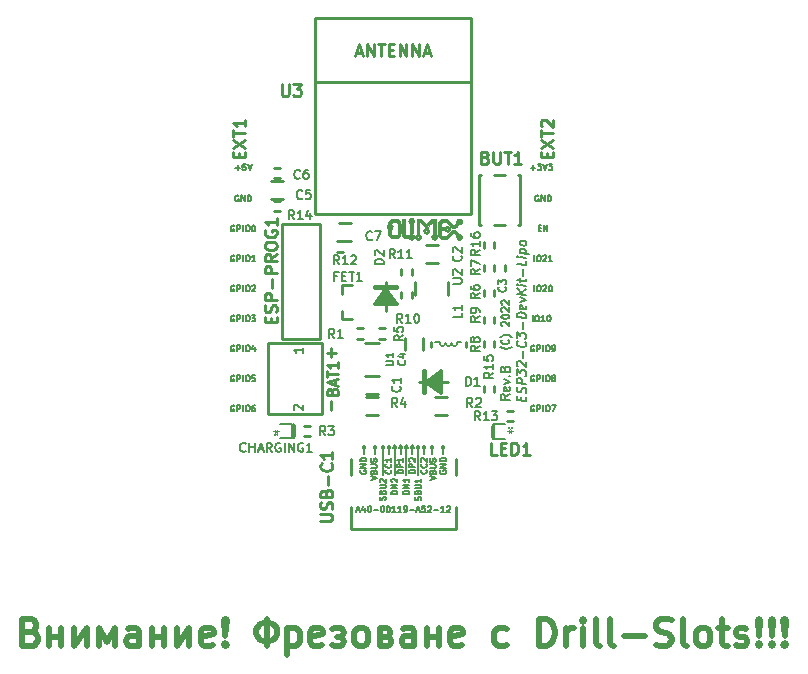
<source format=gbr>
G04 #@! TF.GenerationSoftware,KiCad,Pcbnew,5.1.6-c6e7f7d~87~ubuntu18.04.1*
G04 #@! TF.CreationDate,2022-09-28T14:17:23+03:00*
G04 #@! TF.ProjectId,ESP32-C3-DevKit-Lipo_Rev_B,45535033-322d-4433-932d-4465764b6974,B*
G04 #@! TF.SameCoordinates,Original*
G04 #@! TF.FileFunction,Legend,Top*
G04 #@! TF.FilePolarity,Positive*
%FSLAX46Y46*%
G04 Gerber Fmt 4.6, Leading zero omitted, Abs format (unit mm)*
G04 Created by KiCad (PCBNEW 5.1.6-c6e7f7d~87~ubuntu18.04.1) date 2022-09-28 14:17:23*
%MOMM*%
%LPD*%
G01*
G04 APERTURE LIST*
%ADD10C,0.127000*%
%ADD11C,0.158750*%
%ADD12C,0.254000*%
%ADD13C,0.190500*%
%ADD14C,0.009000*%
%ADD15C,0.050000*%
%ADD16C,0.100000*%
%ADD17C,0.200000*%
%ADD18C,0.222250*%
%ADD19C,0.508000*%
G04 APERTURE END LIST*
D10*
X155460095Y-92939809D02*
X155460095Y-92431809D01*
X155798761Y-92431809D02*
X155895523Y-92431809D01*
X155943904Y-92456000D01*
X155992285Y-92504380D01*
X156016476Y-92601142D01*
X156016476Y-92770476D01*
X155992285Y-92867238D01*
X155943904Y-92915619D01*
X155895523Y-92939809D01*
X155798761Y-92939809D01*
X155750380Y-92915619D01*
X155702000Y-92867238D01*
X155677809Y-92770476D01*
X155677809Y-92601142D01*
X155702000Y-92504380D01*
X155750380Y-92456000D01*
X155798761Y-92431809D01*
X156210000Y-92480190D02*
X156234190Y-92456000D01*
X156282571Y-92431809D01*
X156403523Y-92431809D01*
X156451904Y-92456000D01*
X156476095Y-92480190D01*
X156500285Y-92528571D01*
X156500285Y-92576952D01*
X156476095Y-92649523D01*
X156185809Y-92939809D01*
X156500285Y-92939809D01*
X156984095Y-92939809D02*
X156693809Y-92939809D01*
X156838952Y-92939809D02*
X156838952Y-92431809D01*
X156790571Y-92504380D01*
X156742190Y-92552761D01*
X156693809Y-92576952D01*
X155460095Y-95479809D02*
X155460095Y-94971809D01*
X155798761Y-94971809D02*
X155895523Y-94971809D01*
X155943904Y-94996000D01*
X155992285Y-95044380D01*
X156016476Y-95141142D01*
X156016476Y-95310476D01*
X155992285Y-95407238D01*
X155943904Y-95455619D01*
X155895523Y-95479809D01*
X155798761Y-95479809D01*
X155750380Y-95455619D01*
X155702000Y-95407238D01*
X155677809Y-95310476D01*
X155677809Y-95141142D01*
X155702000Y-95044380D01*
X155750380Y-94996000D01*
X155798761Y-94971809D01*
X156210000Y-95020190D02*
X156234190Y-94996000D01*
X156282571Y-94971809D01*
X156403523Y-94971809D01*
X156451904Y-94996000D01*
X156476095Y-95020190D01*
X156500285Y-95068571D01*
X156500285Y-95116952D01*
X156476095Y-95189523D01*
X156185809Y-95479809D01*
X156500285Y-95479809D01*
X156814761Y-94971809D02*
X156863142Y-94971809D01*
X156911523Y-94996000D01*
X156935714Y-95020190D01*
X156959904Y-95068571D01*
X156984095Y-95165333D01*
X156984095Y-95286285D01*
X156959904Y-95383047D01*
X156935714Y-95431428D01*
X156911523Y-95455619D01*
X156863142Y-95479809D01*
X156814761Y-95479809D01*
X156766380Y-95455619D01*
X156742190Y-95431428D01*
X156718000Y-95383047D01*
X156693809Y-95286285D01*
X156693809Y-95165333D01*
X156718000Y-95068571D01*
X156742190Y-95020190D01*
X156766380Y-94996000D01*
X156814761Y-94971809D01*
X130156857Y-84999285D02*
X130543904Y-84999285D01*
X130350380Y-85192809D02*
X130350380Y-84805761D01*
X131027714Y-84684809D02*
X130785809Y-84684809D01*
X130761619Y-84926714D01*
X130785809Y-84902523D01*
X130834190Y-84878333D01*
X130955142Y-84878333D01*
X131003523Y-84902523D01*
X131027714Y-84926714D01*
X131051904Y-84975095D01*
X131051904Y-85096047D01*
X131027714Y-85144428D01*
X131003523Y-85168619D01*
X130955142Y-85192809D01*
X130834190Y-85192809D01*
X130785809Y-85168619D01*
X130761619Y-85144428D01*
X131197047Y-84684809D02*
X131366380Y-85192809D01*
X131535714Y-84684809D01*
D11*
X153564166Y-100157642D02*
X153533928Y-100187880D01*
X153443214Y-100248357D01*
X153382738Y-100278595D01*
X153292023Y-100308833D01*
X153140833Y-100339071D01*
X153019880Y-100339071D01*
X152868690Y-100308833D01*
X152777976Y-100278595D01*
X152717500Y-100248357D01*
X152626785Y-100187880D01*
X152596547Y-100157642D01*
X153261785Y-99552880D02*
X153292023Y-99583119D01*
X153322261Y-99673833D01*
X153322261Y-99734309D01*
X153292023Y-99825023D01*
X153231547Y-99885500D01*
X153171071Y-99915738D01*
X153050119Y-99945976D01*
X152959404Y-99945976D01*
X152838452Y-99915738D01*
X152777976Y-99885500D01*
X152717500Y-99825023D01*
X152687261Y-99734309D01*
X152687261Y-99673833D01*
X152717500Y-99583119D01*
X152747738Y-99552880D01*
X153564166Y-99341214D02*
X153533928Y-99310976D01*
X153443214Y-99250500D01*
X153382738Y-99220261D01*
X153292023Y-99190023D01*
X153140833Y-99159785D01*
X153019880Y-99159785D01*
X152868690Y-99190023D01*
X152777976Y-99220261D01*
X152717500Y-99250500D01*
X152626785Y-99310976D01*
X152596547Y-99341214D01*
X152747738Y-98403833D02*
X152717500Y-98373595D01*
X152687261Y-98313119D01*
X152687261Y-98161928D01*
X152717500Y-98101452D01*
X152747738Y-98071214D01*
X152808214Y-98040976D01*
X152868690Y-98040976D01*
X152959404Y-98071214D01*
X153322261Y-98434071D01*
X153322261Y-98040976D01*
X152687261Y-97647880D02*
X152687261Y-97587404D01*
X152717500Y-97526928D01*
X152747738Y-97496690D01*
X152808214Y-97466452D01*
X152929166Y-97436214D01*
X153080357Y-97436214D01*
X153201309Y-97466452D01*
X153261785Y-97496690D01*
X153292023Y-97526928D01*
X153322261Y-97587404D01*
X153322261Y-97647880D01*
X153292023Y-97708357D01*
X153261785Y-97738595D01*
X153201309Y-97768833D01*
X153080357Y-97799071D01*
X152929166Y-97799071D01*
X152808214Y-97768833D01*
X152747738Y-97738595D01*
X152717500Y-97708357D01*
X152687261Y-97647880D01*
X152747738Y-97194309D02*
X152717500Y-97164071D01*
X152687261Y-97103595D01*
X152687261Y-96952404D01*
X152717500Y-96891928D01*
X152747738Y-96861690D01*
X152808214Y-96831452D01*
X152868690Y-96831452D01*
X152959404Y-96861690D01*
X153322261Y-97224547D01*
X153322261Y-96831452D01*
X152747738Y-96589547D02*
X152717500Y-96559309D01*
X152687261Y-96498833D01*
X152687261Y-96347642D01*
X152717500Y-96287166D01*
X152747738Y-96256928D01*
X152808214Y-96226690D01*
X152868690Y-96226690D01*
X152959404Y-96256928D01*
X153322261Y-96619785D01*
X153322261Y-96226690D01*
D12*
X137915952Y-100656571D02*
X138690047Y-100656571D01*
X138303000Y-101043619D02*
X138303000Y-100269523D01*
X138248571Y-105543047D02*
X138248571Y-104768952D01*
X156518428Y-84122380D02*
X156518428Y-83783714D01*
X157050619Y-83638571D02*
X157050619Y-84122380D01*
X156034619Y-84122380D01*
X156034619Y-83638571D01*
X156034619Y-83299904D02*
X157050619Y-82622571D01*
X156034619Y-82622571D02*
X157050619Y-83299904D01*
X156034619Y-82380666D02*
X156034619Y-81800095D01*
X157050619Y-82090380D02*
X156034619Y-82090380D01*
X156131380Y-81509809D02*
X156083000Y-81461428D01*
X156034619Y-81364666D01*
X156034619Y-81122761D01*
X156083000Y-81026000D01*
X156131380Y-80977619D01*
X156228142Y-80929238D01*
X156324904Y-80929238D01*
X156470047Y-80977619D01*
X157050619Y-81558190D01*
X157050619Y-80929238D01*
X130483428Y-84122380D02*
X130483428Y-83783714D01*
X131015619Y-83638571D02*
X131015619Y-84122380D01*
X129999619Y-84122380D01*
X129999619Y-83638571D01*
X129999619Y-83299904D02*
X131015619Y-82622571D01*
X129999619Y-82622571D02*
X131015619Y-83299904D01*
X129999619Y-82380666D02*
X129999619Y-81800095D01*
X131015619Y-82090380D02*
X129999619Y-82090380D01*
X131015619Y-80929238D02*
X131015619Y-81509809D01*
X131015619Y-81219523D02*
X129999619Y-81219523D01*
X130144761Y-81316285D01*
X130241523Y-81413047D01*
X130289904Y-81509809D01*
D10*
X130060095Y-105156000D02*
X130011714Y-105131809D01*
X129939142Y-105131809D01*
X129866571Y-105156000D01*
X129818190Y-105204380D01*
X129794000Y-105252761D01*
X129769809Y-105349523D01*
X129769809Y-105422095D01*
X129794000Y-105518857D01*
X129818190Y-105567238D01*
X129866571Y-105615619D01*
X129939142Y-105639809D01*
X129987523Y-105639809D01*
X130060095Y-105615619D01*
X130084285Y-105591428D01*
X130084285Y-105422095D01*
X129987523Y-105422095D01*
X130302000Y-105639809D02*
X130302000Y-105131809D01*
X130495523Y-105131809D01*
X130543904Y-105156000D01*
X130568095Y-105180190D01*
X130592285Y-105228571D01*
X130592285Y-105301142D01*
X130568095Y-105349523D01*
X130543904Y-105373714D01*
X130495523Y-105397904D01*
X130302000Y-105397904D01*
X130810000Y-105639809D02*
X130810000Y-105131809D01*
X131148666Y-105131809D02*
X131245428Y-105131809D01*
X131293809Y-105156000D01*
X131342190Y-105204380D01*
X131366380Y-105301142D01*
X131366380Y-105470476D01*
X131342190Y-105567238D01*
X131293809Y-105615619D01*
X131245428Y-105639809D01*
X131148666Y-105639809D01*
X131100285Y-105615619D01*
X131051904Y-105567238D01*
X131027714Y-105470476D01*
X131027714Y-105301142D01*
X131051904Y-105204380D01*
X131100285Y-105156000D01*
X131148666Y-105131809D01*
X131801809Y-105131809D02*
X131705047Y-105131809D01*
X131656666Y-105156000D01*
X131632476Y-105180190D01*
X131584095Y-105252761D01*
X131559904Y-105349523D01*
X131559904Y-105543047D01*
X131584095Y-105591428D01*
X131608285Y-105615619D01*
X131656666Y-105639809D01*
X131753428Y-105639809D01*
X131801809Y-105615619D01*
X131826000Y-105591428D01*
X131850190Y-105543047D01*
X131850190Y-105422095D01*
X131826000Y-105373714D01*
X131801809Y-105349523D01*
X131753428Y-105325333D01*
X131656666Y-105325333D01*
X131608285Y-105349523D01*
X131584095Y-105373714D01*
X131559904Y-105422095D01*
X155460095Y-105156000D02*
X155411714Y-105131809D01*
X155339142Y-105131809D01*
X155266571Y-105156000D01*
X155218190Y-105204380D01*
X155194000Y-105252761D01*
X155169809Y-105349523D01*
X155169809Y-105422095D01*
X155194000Y-105518857D01*
X155218190Y-105567238D01*
X155266571Y-105615619D01*
X155339142Y-105639809D01*
X155387523Y-105639809D01*
X155460095Y-105615619D01*
X155484285Y-105591428D01*
X155484285Y-105422095D01*
X155387523Y-105422095D01*
X155702000Y-105639809D02*
X155702000Y-105131809D01*
X155895523Y-105131809D01*
X155943904Y-105156000D01*
X155968095Y-105180190D01*
X155992285Y-105228571D01*
X155992285Y-105301142D01*
X155968095Y-105349523D01*
X155943904Y-105373714D01*
X155895523Y-105397904D01*
X155702000Y-105397904D01*
X156210000Y-105639809D02*
X156210000Y-105131809D01*
X156548666Y-105131809D02*
X156645428Y-105131809D01*
X156693809Y-105156000D01*
X156742190Y-105204380D01*
X156766380Y-105301142D01*
X156766380Y-105470476D01*
X156742190Y-105567238D01*
X156693809Y-105615619D01*
X156645428Y-105639809D01*
X156548666Y-105639809D01*
X156500285Y-105615619D01*
X156451904Y-105567238D01*
X156427714Y-105470476D01*
X156427714Y-105301142D01*
X156451904Y-105204380D01*
X156500285Y-105156000D01*
X156548666Y-105131809D01*
X156935714Y-105131809D02*
X157274380Y-105131809D01*
X157056666Y-105639809D01*
X155460095Y-102616000D02*
X155411714Y-102591809D01*
X155339142Y-102591809D01*
X155266571Y-102616000D01*
X155218190Y-102664380D01*
X155194000Y-102712761D01*
X155169809Y-102809523D01*
X155169809Y-102882095D01*
X155194000Y-102978857D01*
X155218190Y-103027238D01*
X155266571Y-103075619D01*
X155339142Y-103099809D01*
X155387523Y-103099809D01*
X155460095Y-103075619D01*
X155484285Y-103051428D01*
X155484285Y-102882095D01*
X155387523Y-102882095D01*
X155702000Y-103099809D02*
X155702000Y-102591809D01*
X155895523Y-102591809D01*
X155943904Y-102616000D01*
X155968095Y-102640190D01*
X155992285Y-102688571D01*
X155992285Y-102761142D01*
X155968095Y-102809523D01*
X155943904Y-102833714D01*
X155895523Y-102857904D01*
X155702000Y-102857904D01*
X156210000Y-103099809D02*
X156210000Y-102591809D01*
X156548666Y-102591809D02*
X156645428Y-102591809D01*
X156693809Y-102616000D01*
X156742190Y-102664380D01*
X156766380Y-102761142D01*
X156766380Y-102930476D01*
X156742190Y-103027238D01*
X156693809Y-103075619D01*
X156645428Y-103099809D01*
X156548666Y-103099809D01*
X156500285Y-103075619D01*
X156451904Y-103027238D01*
X156427714Y-102930476D01*
X156427714Y-102761142D01*
X156451904Y-102664380D01*
X156500285Y-102616000D01*
X156548666Y-102591809D01*
X157056666Y-102809523D02*
X157008285Y-102785333D01*
X156984095Y-102761142D01*
X156959904Y-102712761D01*
X156959904Y-102688571D01*
X156984095Y-102640190D01*
X157008285Y-102616000D01*
X157056666Y-102591809D01*
X157153428Y-102591809D01*
X157201809Y-102616000D01*
X157226000Y-102640190D01*
X157250190Y-102688571D01*
X157250190Y-102712761D01*
X157226000Y-102761142D01*
X157201809Y-102785333D01*
X157153428Y-102809523D01*
X157056666Y-102809523D01*
X157008285Y-102833714D01*
X156984095Y-102857904D01*
X156959904Y-102906285D01*
X156959904Y-103003047D01*
X156984095Y-103051428D01*
X157008285Y-103075619D01*
X157056666Y-103099809D01*
X157153428Y-103099809D01*
X157201809Y-103075619D01*
X157226000Y-103051428D01*
X157250190Y-103003047D01*
X157250190Y-102906285D01*
X157226000Y-102857904D01*
X157201809Y-102833714D01*
X157153428Y-102809523D01*
X130060095Y-94996000D02*
X130011714Y-94971809D01*
X129939142Y-94971809D01*
X129866571Y-94996000D01*
X129818190Y-95044380D01*
X129794000Y-95092761D01*
X129769809Y-95189523D01*
X129769809Y-95262095D01*
X129794000Y-95358857D01*
X129818190Y-95407238D01*
X129866571Y-95455619D01*
X129939142Y-95479809D01*
X129987523Y-95479809D01*
X130060095Y-95455619D01*
X130084285Y-95431428D01*
X130084285Y-95262095D01*
X129987523Y-95262095D01*
X130302000Y-95479809D02*
X130302000Y-94971809D01*
X130495523Y-94971809D01*
X130543904Y-94996000D01*
X130568095Y-95020190D01*
X130592285Y-95068571D01*
X130592285Y-95141142D01*
X130568095Y-95189523D01*
X130543904Y-95213714D01*
X130495523Y-95237904D01*
X130302000Y-95237904D01*
X130810000Y-95479809D02*
X130810000Y-94971809D01*
X131148666Y-94971809D02*
X131245428Y-94971809D01*
X131293809Y-94996000D01*
X131342190Y-95044380D01*
X131366380Y-95141142D01*
X131366380Y-95310476D01*
X131342190Y-95407238D01*
X131293809Y-95455619D01*
X131245428Y-95479809D01*
X131148666Y-95479809D01*
X131100285Y-95455619D01*
X131051904Y-95407238D01*
X131027714Y-95310476D01*
X131027714Y-95141142D01*
X131051904Y-95044380D01*
X131100285Y-94996000D01*
X131148666Y-94971809D01*
X131559904Y-95020190D02*
X131584095Y-94996000D01*
X131632476Y-94971809D01*
X131753428Y-94971809D01*
X131801809Y-94996000D01*
X131826000Y-95020190D01*
X131850190Y-95068571D01*
X131850190Y-95116952D01*
X131826000Y-95189523D01*
X131535714Y-95479809D01*
X131850190Y-95479809D01*
X130060095Y-89916000D02*
X130011714Y-89891809D01*
X129939142Y-89891809D01*
X129866571Y-89916000D01*
X129818190Y-89964380D01*
X129794000Y-90012761D01*
X129769809Y-90109523D01*
X129769809Y-90182095D01*
X129794000Y-90278857D01*
X129818190Y-90327238D01*
X129866571Y-90375619D01*
X129939142Y-90399809D01*
X129987523Y-90399809D01*
X130060095Y-90375619D01*
X130084285Y-90351428D01*
X130084285Y-90182095D01*
X129987523Y-90182095D01*
X130302000Y-90399809D02*
X130302000Y-89891809D01*
X130495523Y-89891809D01*
X130543904Y-89916000D01*
X130568095Y-89940190D01*
X130592285Y-89988571D01*
X130592285Y-90061142D01*
X130568095Y-90109523D01*
X130543904Y-90133714D01*
X130495523Y-90157904D01*
X130302000Y-90157904D01*
X130810000Y-90399809D02*
X130810000Y-89891809D01*
X131148666Y-89891809D02*
X131245428Y-89891809D01*
X131293809Y-89916000D01*
X131342190Y-89964380D01*
X131366380Y-90061142D01*
X131366380Y-90230476D01*
X131342190Y-90327238D01*
X131293809Y-90375619D01*
X131245428Y-90399809D01*
X131148666Y-90399809D01*
X131100285Y-90375619D01*
X131051904Y-90327238D01*
X131027714Y-90230476D01*
X131027714Y-90061142D01*
X131051904Y-89964380D01*
X131100285Y-89916000D01*
X131148666Y-89891809D01*
X131680857Y-89891809D02*
X131729238Y-89891809D01*
X131777619Y-89916000D01*
X131801809Y-89940190D01*
X131826000Y-89988571D01*
X131850190Y-90085333D01*
X131850190Y-90206285D01*
X131826000Y-90303047D01*
X131801809Y-90351428D01*
X131777619Y-90375619D01*
X131729238Y-90399809D01*
X131680857Y-90399809D01*
X131632476Y-90375619D01*
X131608285Y-90351428D01*
X131584095Y-90303047D01*
X131559904Y-90206285D01*
X131559904Y-90085333D01*
X131584095Y-89988571D01*
X131608285Y-89940190D01*
X131632476Y-89916000D01*
X131680857Y-89891809D01*
X130060095Y-100076000D02*
X130011714Y-100051809D01*
X129939142Y-100051809D01*
X129866571Y-100076000D01*
X129818190Y-100124380D01*
X129794000Y-100172761D01*
X129769809Y-100269523D01*
X129769809Y-100342095D01*
X129794000Y-100438857D01*
X129818190Y-100487238D01*
X129866571Y-100535619D01*
X129939142Y-100559809D01*
X129987523Y-100559809D01*
X130060095Y-100535619D01*
X130084285Y-100511428D01*
X130084285Y-100342095D01*
X129987523Y-100342095D01*
X130302000Y-100559809D02*
X130302000Y-100051809D01*
X130495523Y-100051809D01*
X130543904Y-100076000D01*
X130568095Y-100100190D01*
X130592285Y-100148571D01*
X130592285Y-100221142D01*
X130568095Y-100269523D01*
X130543904Y-100293714D01*
X130495523Y-100317904D01*
X130302000Y-100317904D01*
X130810000Y-100559809D02*
X130810000Y-100051809D01*
X131148666Y-100051809D02*
X131245428Y-100051809D01*
X131293809Y-100076000D01*
X131342190Y-100124380D01*
X131366380Y-100221142D01*
X131366380Y-100390476D01*
X131342190Y-100487238D01*
X131293809Y-100535619D01*
X131245428Y-100559809D01*
X131148666Y-100559809D01*
X131100285Y-100535619D01*
X131051904Y-100487238D01*
X131027714Y-100390476D01*
X131027714Y-100221142D01*
X131051904Y-100124380D01*
X131100285Y-100076000D01*
X131148666Y-100051809D01*
X131801809Y-100221142D02*
X131801809Y-100559809D01*
X131680857Y-100027619D02*
X131559904Y-100390476D01*
X131874380Y-100390476D01*
X130060095Y-102616000D02*
X130011714Y-102591809D01*
X129939142Y-102591809D01*
X129866571Y-102616000D01*
X129818190Y-102664380D01*
X129794000Y-102712761D01*
X129769809Y-102809523D01*
X129769809Y-102882095D01*
X129794000Y-102978857D01*
X129818190Y-103027238D01*
X129866571Y-103075619D01*
X129939142Y-103099809D01*
X129987523Y-103099809D01*
X130060095Y-103075619D01*
X130084285Y-103051428D01*
X130084285Y-102882095D01*
X129987523Y-102882095D01*
X130302000Y-103099809D02*
X130302000Y-102591809D01*
X130495523Y-102591809D01*
X130543904Y-102616000D01*
X130568095Y-102640190D01*
X130592285Y-102688571D01*
X130592285Y-102761142D01*
X130568095Y-102809523D01*
X130543904Y-102833714D01*
X130495523Y-102857904D01*
X130302000Y-102857904D01*
X130810000Y-103099809D02*
X130810000Y-102591809D01*
X131148666Y-102591809D02*
X131245428Y-102591809D01*
X131293809Y-102616000D01*
X131342190Y-102664380D01*
X131366380Y-102761142D01*
X131366380Y-102930476D01*
X131342190Y-103027238D01*
X131293809Y-103075619D01*
X131245428Y-103099809D01*
X131148666Y-103099809D01*
X131100285Y-103075619D01*
X131051904Y-103027238D01*
X131027714Y-102930476D01*
X131027714Y-102761142D01*
X131051904Y-102664380D01*
X131100285Y-102616000D01*
X131148666Y-102591809D01*
X131826000Y-102591809D02*
X131584095Y-102591809D01*
X131559904Y-102833714D01*
X131584095Y-102809523D01*
X131632476Y-102785333D01*
X131753428Y-102785333D01*
X131801809Y-102809523D01*
X131826000Y-102833714D01*
X131850190Y-102882095D01*
X131850190Y-103003047D01*
X131826000Y-103051428D01*
X131801809Y-103075619D01*
X131753428Y-103099809D01*
X131632476Y-103099809D01*
X131584095Y-103075619D01*
X131559904Y-103051428D01*
X155822952Y-87376000D02*
X155774571Y-87351809D01*
X155702000Y-87351809D01*
X155629428Y-87376000D01*
X155581047Y-87424380D01*
X155556857Y-87472761D01*
X155532666Y-87569523D01*
X155532666Y-87642095D01*
X155556857Y-87738857D01*
X155581047Y-87787238D01*
X155629428Y-87835619D01*
X155702000Y-87859809D01*
X155750380Y-87859809D01*
X155822952Y-87835619D01*
X155847142Y-87811428D01*
X155847142Y-87642095D01*
X155750380Y-87642095D01*
X156064857Y-87859809D02*
X156064857Y-87351809D01*
X156355142Y-87859809D01*
X156355142Y-87351809D01*
X156597047Y-87859809D02*
X156597047Y-87351809D01*
X156718000Y-87351809D01*
X156790571Y-87376000D01*
X156838952Y-87424380D01*
X156863142Y-87472761D01*
X156887333Y-87569523D01*
X156887333Y-87642095D01*
X156863142Y-87738857D01*
X156838952Y-87787238D01*
X156790571Y-87835619D01*
X156718000Y-87859809D01*
X156597047Y-87859809D01*
X130060095Y-97536000D02*
X130011714Y-97511809D01*
X129939142Y-97511809D01*
X129866571Y-97536000D01*
X129818190Y-97584380D01*
X129794000Y-97632761D01*
X129769809Y-97729523D01*
X129769809Y-97802095D01*
X129794000Y-97898857D01*
X129818190Y-97947238D01*
X129866571Y-97995619D01*
X129939142Y-98019809D01*
X129987523Y-98019809D01*
X130060095Y-97995619D01*
X130084285Y-97971428D01*
X130084285Y-97802095D01*
X129987523Y-97802095D01*
X130302000Y-98019809D02*
X130302000Y-97511809D01*
X130495523Y-97511809D01*
X130543904Y-97536000D01*
X130568095Y-97560190D01*
X130592285Y-97608571D01*
X130592285Y-97681142D01*
X130568095Y-97729523D01*
X130543904Y-97753714D01*
X130495523Y-97777904D01*
X130302000Y-97777904D01*
X130810000Y-98019809D02*
X130810000Y-97511809D01*
X131148666Y-97511809D02*
X131245428Y-97511809D01*
X131293809Y-97536000D01*
X131342190Y-97584380D01*
X131366380Y-97681142D01*
X131366380Y-97850476D01*
X131342190Y-97947238D01*
X131293809Y-97995619D01*
X131245428Y-98019809D01*
X131148666Y-98019809D01*
X131100285Y-97995619D01*
X131051904Y-97947238D01*
X131027714Y-97850476D01*
X131027714Y-97681142D01*
X131051904Y-97584380D01*
X131100285Y-97536000D01*
X131148666Y-97511809D01*
X131535714Y-97511809D02*
X131850190Y-97511809D01*
X131680857Y-97705333D01*
X131753428Y-97705333D01*
X131801809Y-97729523D01*
X131826000Y-97753714D01*
X131850190Y-97802095D01*
X131850190Y-97923047D01*
X131826000Y-97971428D01*
X131801809Y-97995619D01*
X131753428Y-98019809D01*
X131608285Y-98019809D01*
X131559904Y-97995619D01*
X131535714Y-97971428D01*
X130060095Y-92456000D02*
X130011714Y-92431809D01*
X129939142Y-92431809D01*
X129866571Y-92456000D01*
X129818190Y-92504380D01*
X129794000Y-92552761D01*
X129769809Y-92649523D01*
X129769809Y-92722095D01*
X129794000Y-92818857D01*
X129818190Y-92867238D01*
X129866571Y-92915619D01*
X129939142Y-92939809D01*
X129987523Y-92939809D01*
X130060095Y-92915619D01*
X130084285Y-92891428D01*
X130084285Y-92722095D01*
X129987523Y-92722095D01*
X130302000Y-92939809D02*
X130302000Y-92431809D01*
X130495523Y-92431809D01*
X130543904Y-92456000D01*
X130568095Y-92480190D01*
X130592285Y-92528571D01*
X130592285Y-92601142D01*
X130568095Y-92649523D01*
X130543904Y-92673714D01*
X130495523Y-92697904D01*
X130302000Y-92697904D01*
X130810000Y-92939809D02*
X130810000Y-92431809D01*
X131148666Y-92431809D02*
X131245428Y-92431809D01*
X131293809Y-92456000D01*
X131342190Y-92504380D01*
X131366380Y-92601142D01*
X131366380Y-92770476D01*
X131342190Y-92867238D01*
X131293809Y-92915619D01*
X131245428Y-92939809D01*
X131148666Y-92939809D01*
X131100285Y-92915619D01*
X131051904Y-92867238D01*
X131027714Y-92770476D01*
X131027714Y-92601142D01*
X131051904Y-92504380D01*
X131100285Y-92456000D01*
X131148666Y-92431809D01*
X131850190Y-92939809D02*
X131559904Y-92939809D01*
X131705047Y-92939809D02*
X131705047Y-92431809D01*
X131656666Y-92504380D01*
X131608285Y-92552761D01*
X131559904Y-92576952D01*
D13*
X153379714Y-104194428D02*
X153016857Y-104448428D01*
X153379714Y-104629857D02*
X152617714Y-104629857D01*
X152617714Y-104339571D01*
X152654000Y-104267000D01*
X152690285Y-104230714D01*
X152762857Y-104194428D01*
X152871714Y-104194428D01*
X152944285Y-104230714D01*
X152980571Y-104267000D01*
X153016857Y-104339571D01*
X153016857Y-104629857D01*
X153343428Y-103577571D02*
X153379714Y-103650142D01*
X153379714Y-103795285D01*
X153343428Y-103867857D01*
X153270857Y-103904142D01*
X152980571Y-103904142D01*
X152908000Y-103867857D01*
X152871714Y-103795285D01*
X152871714Y-103650142D01*
X152908000Y-103577571D01*
X152980571Y-103541285D01*
X153053142Y-103541285D01*
X153125714Y-103904142D01*
X152871714Y-103287285D02*
X153379714Y-103105857D01*
X152871714Y-102924428D01*
X153307142Y-102634142D02*
X153343428Y-102597857D01*
X153379714Y-102634142D01*
X153343428Y-102670428D01*
X153307142Y-102634142D01*
X153379714Y-102634142D01*
X152980571Y-102017285D02*
X153016857Y-101908428D01*
X153053142Y-101872142D01*
X153125714Y-101835857D01*
X153234571Y-101835857D01*
X153307142Y-101872142D01*
X153343428Y-101908428D01*
X153379714Y-101981000D01*
X153379714Y-102271285D01*
X152617714Y-102271285D01*
X152617714Y-102017285D01*
X152654000Y-101944714D01*
X152690285Y-101908428D01*
X152762857Y-101872142D01*
X152835428Y-101872142D01*
X152908000Y-101908428D01*
X152944285Y-101944714D01*
X152980571Y-102017285D01*
X152980571Y-102271285D01*
D10*
X130422952Y-87376000D02*
X130374571Y-87351809D01*
X130302000Y-87351809D01*
X130229428Y-87376000D01*
X130181047Y-87424380D01*
X130156857Y-87472761D01*
X130132666Y-87569523D01*
X130132666Y-87642095D01*
X130156857Y-87738857D01*
X130181047Y-87787238D01*
X130229428Y-87835619D01*
X130302000Y-87859809D01*
X130350380Y-87859809D01*
X130422952Y-87835619D01*
X130447142Y-87811428D01*
X130447142Y-87642095D01*
X130350380Y-87642095D01*
X130664857Y-87859809D02*
X130664857Y-87351809D01*
X130955142Y-87859809D01*
X130955142Y-87351809D01*
X131197047Y-87859809D02*
X131197047Y-87351809D01*
X131318000Y-87351809D01*
X131390571Y-87376000D01*
X131438952Y-87424380D01*
X131463142Y-87472761D01*
X131487333Y-87569523D01*
X131487333Y-87642095D01*
X131463142Y-87738857D01*
X131438952Y-87787238D01*
X131390571Y-87835619D01*
X131318000Y-87859809D01*
X131197047Y-87859809D01*
X155333095Y-98019809D02*
X155333095Y-97511809D01*
X155671761Y-97511809D02*
X155768523Y-97511809D01*
X155816904Y-97536000D01*
X155865285Y-97584380D01*
X155889476Y-97681142D01*
X155889476Y-97850476D01*
X155865285Y-97947238D01*
X155816904Y-97995619D01*
X155768523Y-98019809D01*
X155671761Y-98019809D01*
X155623380Y-97995619D01*
X155575000Y-97947238D01*
X155550809Y-97850476D01*
X155550809Y-97681142D01*
X155575000Y-97584380D01*
X155623380Y-97536000D01*
X155671761Y-97511809D01*
X156373285Y-98019809D02*
X156083000Y-98019809D01*
X156228142Y-98019809D02*
X156228142Y-97511809D01*
X156179761Y-97584380D01*
X156131380Y-97632761D01*
X156083000Y-97656952D01*
X156687761Y-97511809D02*
X156736142Y-97511809D01*
X156784523Y-97536000D01*
X156808714Y-97560190D01*
X156832904Y-97608571D01*
X156857095Y-97705333D01*
X156857095Y-97826285D01*
X156832904Y-97923047D01*
X156808714Y-97971428D01*
X156784523Y-97995619D01*
X156736142Y-98019809D01*
X156687761Y-98019809D01*
X156639380Y-97995619D01*
X156615190Y-97971428D01*
X156591000Y-97923047D01*
X156566809Y-97826285D01*
X156566809Y-97705333D01*
X156591000Y-97608571D01*
X156615190Y-97560190D01*
X156639380Y-97536000D01*
X156687761Y-97511809D01*
X155460095Y-100076000D02*
X155411714Y-100051809D01*
X155339142Y-100051809D01*
X155266571Y-100076000D01*
X155218190Y-100124380D01*
X155194000Y-100172761D01*
X155169809Y-100269523D01*
X155169809Y-100342095D01*
X155194000Y-100438857D01*
X155218190Y-100487238D01*
X155266571Y-100535619D01*
X155339142Y-100559809D01*
X155387523Y-100559809D01*
X155460095Y-100535619D01*
X155484285Y-100511428D01*
X155484285Y-100342095D01*
X155387523Y-100342095D01*
X155702000Y-100559809D02*
X155702000Y-100051809D01*
X155895523Y-100051809D01*
X155943904Y-100076000D01*
X155968095Y-100100190D01*
X155992285Y-100148571D01*
X155992285Y-100221142D01*
X155968095Y-100269523D01*
X155943904Y-100293714D01*
X155895523Y-100317904D01*
X155702000Y-100317904D01*
X156210000Y-100559809D02*
X156210000Y-100051809D01*
X156548666Y-100051809D02*
X156645428Y-100051809D01*
X156693809Y-100076000D01*
X156742190Y-100124380D01*
X156766380Y-100221142D01*
X156766380Y-100390476D01*
X156742190Y-100487238D01*
X156693809Y-100535619D01*
X156645428Y-100559809D01*
X156548666Y-100559809D01*
X156500285Y-100535619D01*
X156451904Y-100487238D01*
X156427714Y-100390476D01*
X156427714Y-100221142D01*
X156451904Y-100124380D01*
X156500285Y-100076000D01*
X156548666Y-100051809D01*
X157008285Y-100559809D02*
X157105047Y-100559809D01*
X157153428Y-100535619D01*
X157177619Y-100511428D01*
X157226000Y-100438857D01*
X157250190Y-100342095D01*
X157250190Y-100148571D01*
X157226000Y-100100190D01*
X157201809Y-100076000D01*
X157153428Y-100051809D01*
X157056666Y-100051809D01*
X157008285Y-100076000D01*
X156984095Y-100100190D01*
X156959904Y-100148571D01*
X156959904Y-100269523D01*
X156984095Y-100317904D01*
X157008285Y-100342095D01*
X157056666Y-100366285D01*
X157153428Y-100366285D01*
X157201809Y-100342095D01*
X157226000Y-100317904D01*
X157250190Y-100269523D01*
X155835047Y-90133714D02*
X156004380Y-90133714D01*
X156076952Y-90399809D02*
X155835047Y-90399809D01*
X155835047Y-89891809D01*
X156076952Y-89891809D01*
X156294666Y-90399809D02*
X156294666Y-89891809D01*
X156584952Y-90399809D01*
X156584952Y-89891809D01*
X155187952Y-84999285D02*
X155575000Y-84999285D01*
X155381476Y-85192809D02*
X155381476Y-84805761D01*
X155768523Y-84684809D02*
X156083000Y-84684809D01*
X155913666Y-84878333D01*
X155986238Y-84878333D01*
X156034619Y-84902523D01*
X156058809Y-84926714D01*
X156083000Y-84975095D01*
X156083000Y-85096047D01*
X156058809Y-85144428D01*
X156034619Y-85168619D01*
X155986238Y-85192809D01*
X155841095Y-85192809D01*
X155792714Y-85168619D01*
X155768523Y-85144428D01*
X156228142Y-84684809D02*
X156397476Y-85192809D01*
X156566809Y-84684809D01*
X156687761Y-84684809D02*
X157002238Y-84684809D01*
X156832904Y-84878333D01*
X156905476Y-84878333D01*
X156953857Y-84902523D01*
X156978047Y-84926714D01*
X157002238Y-84975095D01*
X157002238Y-85096047D01*
X156978047Y-85144428D01*
X156953857Y-85168619D01*
X156905476Y-85192809D01*
X156760333Y-85192809D01*
X156711952Y-85168619D01*
X156687761Y-85144428D01*
D13*
X154377571Y-104698629D02*
X154377571Y-104444629D01*
X154776714Y-104385665D02*
X154776714Y-104748522D01*
X154014714Y-104653272D01*
X154014714Y-104290415D01*
X154740428Y-104090844D02*
X154776714Y-103986522D01*
X154776714Y-103805094D01*
X154740428Y-103727987D01*
X154704142Y-103687165D01*
X154631571Y-103641808D01*
X154559000Y-103632737D01*
X154486428Y-103659951D01*
X154450142Y-103691701D01*
X154413857Y-103759737D01*
X154377571Y-103900344D01*
X154341285Y-103968379D01*
X154305000Y-104000129D01*
X154232428Y-104027344D01*
X154159857Y-104018272D01*
X154087285Y-103972915D01*
X154051000Y-103932094D01*
X154014714Y-103854987D01*
X154014714Y-103673558D01*
X154051000Y-103569237D01*
X154776714Y-103333379D02*
X154014714Y-103238129D01*
X154014714Y-102947844D01*
X154051000Y-102879808D01*
X154087285Y-102848058D01*
X154159857Y-102820844D01*
X154268714Y-102834451D01*
X154341285Y-102879808D01*
X154377571Y-102920629D01*
X154413857Y-102997737D01*
X154413857Y-103288022D01*
X154014714Y-102548701D02*
X154014714Y-102076987D01*
X154305000Y-102367272D01*
X154305000Y-102258415D01*
X154341285Y-102190379D01*
X154377571Y-102158629D01*
X154450142Y-102131415D01*
X154631571Y-102154094D01*
X154704142Y-102199451D01*
X154740428Y-102240272D01*
X154776714Y-102317379D01*
X154776714Y-102535094D01*
X154740428Y-102603129D01*
X154704142Y-102634879D01*
X154087285Y-101795772D02*
X154051000Y-101754951D01*
X154014714Y-101677844D01*
X154014714Y-101496415D01*
X154051000Y-101428379D01*
X154087285Y-101396629D01*
X154159857Y-101369415D01*
X154232428Y-101378487D01*
X154341285Y-101428379D01*
X154776714Y-101918237D01*
X154776714Y-101446522D01*
X154486428Y-101083665D02*
X154486428Y-100503094D01*
X154704142Y-99732022D02*
X154740428Y-99772844D01*
X154776714Y-99886237D01*
X154776714Y-99958808D01*
X154740428Y-100063129D01*
X154667857Y-100126629D01*
X154595285Y-100153844D01*
X154450142Y-100171987D01*
X154341285Y-100158379D01*
X154196142Y-100103951D01*
X154123571Y-100058594D01*
X154051000Y-99976951D01*
X154014714Y-99863558D01*
X154014714Y-99790987D01*
X154051000Y-99686665D01*
X154087285Y-99654915D01*
X154014714Y-99391844D02*
X154014714Y-98920129D01*
X154305000Y-99210415D01*
X154305000Y-99101558D01*
X154341285Y-99033522D01*
X154377571Y-99001772D01*
X154450142Y-98974558D01*
X154631571Y-98997237D01*
X154704142Y-99042594D01*
X154740428Y-99083415D01*
X154776714Y-99160522D01*
X154776714Y-99378237D01*
X154740428Y-99446272D01*
X154704142Y-99478022D01*
X154486428Y-98652522D02*
X154486428Y-98071951D01*
X154776714Y-97745379D02*
X154014714Y-97650129D01*
X154014714Y-97468701D01*
X154051000Y-97364379D01*
X154123571Y-97300879D01*
X154196142Y-97273665D01*
X154341285Y-97255522D01*
X154450142Y-97269129D01*
X154595285Y-97323558D01*
X154667857Y-97368915D01*
X154740428Y-97450558D01*
X154776714Y-97563951D01*
X154776714Y-97745379D01*
X154740428Y-96688558D02*
X154776714Y-96765665D01*
X154776714Y-96910808D01*
X154740428Y-96978844D01*
X154667857Y-97006058D01*
X154377571Y-96969772D01*
X154305000Y-96924415D01*
X154268714Y-96847308D01*
X154268714Y-96702165D01*
X154305000Y-96634129D01*
X154377571Y-96606915D01*
X154450142Y-96615987D01*
X154522714Y-96987915D01*
X154268714Y-96339308D02*
X154776714Y-96221379D01*
X154268714Y-95976451D01*
X154776714Y-95749665D02*
X154014714Y-95654415D01*
X154776714Y-95314237D02*
X154341285Y-95586379D01*
X154014714Y-95218987D02*
X154450142Y-95708844D01*
X154776714Y-94987665D02*
X154268714Y-94924165D01*
X154014714Y-94892415D02*
X154051000Y-94933237D01*
X154087285Y-94901487D01*
X154051000Y-94860665D01*
X154014714Y-94892415D01*
X154087285Y-94901487D01*
X154268714Y-94670165D02*
X154268714Y-94379879D01*
X154014714Y-94529558D02*
X154667857Y-94611201D01*
X154740428Y-94583987D01*
X154776714Y-94515951D01*
X154776714Y-94443379D01*
X154486428Y-94153094D02*
X154486428Y-93572522D01*
X154776714Y-92883094D02*
X154776714Y-93245951D01*
X154014714Y-93150701D01*
X154776714Y-92629094D02*
X154268714Y-92565594D01*
X154014714Y-92533844D02*
X154051000Y-92574665D01*
X154087285Y-92542915D01*
X154051000Y-92502094D01*
X154014714Y-92533844D01*
X154087285Y-92542915D01*
X154268714Y-92202737D02*
X155030714Y-92297987D01*
X154305000Y-92207272D02*
X154268714Y-92130165D01*
X154268714Y-91985022D01*
X154305000Y-91916987D01*
X154341285Y-91885237D01*
X154413857Y-91858022D01*
X154631571Y-91885237D01*
X154704142Y-91930594D01*
X154740428Y-91971415D01*
X154776714Y-92048522D01*
X154776714Y-92193665D01*
X154740428Y-92261701D01*
X154776714Y-91467951D02*
X154740428Y-91535987D01*
X154704142Y-91567737D01*
X154631571Y-91594951D01*
X154413857Y-91567737D01*
X154341285Y-91522379D01*
X154305000Y-91481558D01*
X154268714Y-91404451D01*
X154268714Y-91295594D01*
X154305000Y-91227558D01*
X154341285Y-91195808D01*
X154413857Y-91168594D01*
X154631571Y-91195808D01*
X154704142Y-91241165D01*
X154740428Y-91281987D01*
X154776714Y-91359094D01*
X154776714Y-91467951D01*
D12*
X151193500Y-93472000D02*
X151193500Y-93726000D01*
X151193500Y-93472000D02*
X151193500Y-93218000D01*
X152082500Y-93472000D02*
X152082500Y-93218000D01*
X152082500Y-93472000D02*
X152082500Y-93726000D01*
D14*
G36*
X145299973Y-89492916D02*
G01*
X145292647Y-89546002D01*
X145271880Y-89597066D01*
X145253533Y-89624862D01*
X145233762Y-89647796D01*
X145212316Y-89668611D01*
X145204091Y-89675295D01*
X145179200Y-89693750D01*
X145178990Y-90107135D01*
X145178780Y-90520520D01*
X145133060Y-90520520D01*
X145133060Y-89488010D01*
X145129993Y-89453815D01*
X145119425Y-89431758D01*
X145099302Y-89419743D01*
X145067571Y-89415675D01*
X145062126Y-89415620D01*
X145036471Y-89417395D01*
X145015642Y-89421928D01*
X145008368Y-89425349D01*
X144995147Y-89443345D01*
X144988167Y-89469891D01*
X144987437Y-89499667D01*
X144992968Y-89527350D01*
X145004768Y-89547617D01*
X145008138Y-89550503D01*
X145028243Y-89558286D01*
X145055749Y-89560836D01*
X145084520Y-89558449D01*
X145108420Y-89551426D01*
X145117820Y-89545160D01*
X145127675Y-89530476D01*
X145132275Y-89509019D01*
X145133060Y-89488010D01*
X145133060Y-90520520D01*
X145060670Y-90520520D01*
X144942560Y-90520520D01*
X144942538Y-90107135D01*
X144942516Y-89693750D01*
X144919201Y-89678510D01*
X144896413Y-89658852D01*
X144871732Y-89630103D01*
X144849010Y-89597288D01*
X144832096Y-89565432D01*
X144831549Y-89564138D01*
X144821092Y-89522865D01*
X144819886Y-89475699D01*
X144827640Y-89428625D01*
X144839735Y-89395796D01*
X144870619Y-89347660D01*
X144912067Y-89304707D01*
X144959441Y-89271609D01*
X144966757Y-89267791D01*
X145016277Y-89251142D01*
X145069753Y-89246996D01*
X145122427Y-89255355D01*
X145154583Y-89267791D01*
X145206067Y-89300713D01*
X145246907Y-89341705D01*
X145276544Y-89388748D01*
X145294419Y-89439825D01*
X145299973Y-89492916D01*
G37*
X145299973Y-89492916D02*
X145292647Y-89546002D01*
X145271880Y-89597066D01*
X145253533Y-89624862D01*
X145233762Y-89647796D01*
X145212316Y-89668611D01*
X145204091Y-89675295D01*
X145179200Y-89693750D01*
X145178990Y-90107135D01*
X145178780Y-90520520D01*
X145133060Y-90520520D01*
X145133060Y-89488010D01*
X145129993Y-89453815D01*
X145119425Y-89431758D01*
X145099302Y-89419743D01*
X145067571Y-89415675D01*
X145062126Y-89415620D01*
X145036471Y-89417395D01*
X145015642Y-89421928D01*
X145008368Y-89425349D01*
X144995147Y-89443345D01*
X144988167Y-89469891D01*
X144987437Y-89499667D01*
X144992968Y-89527350D01*
X145004768Y-89547617D01*
X145008138Y-89550503D01*
X145028243Y-89558286D01*
X145055749Y-89560836D01*
X145084520Y-89558449D01*
X145108420Y-89551426D01*
X145117820Y-89545160D01*
X145127675Y-89530476D01*
X145132275Y-89509019D01*
X145133060Y-89488010D01*
X145133060Y-90520520D01*
X145060670Y-90520520D01*
X144942560Y-90520520D01*
X144942538Y-90107135D01*
X144942516Y-89693750D01*
X144919201Y-89678510D01*
X144896413Y-89658852D01*
X144871732Y-89630103D01*
X144849010Y-89597288D01*
X144832096Y-89565432D01*
X144831549Y-89564138D01*
X144821092Y-89522865D01*
X144819886Y-89475699D01*
X144827640Y-89428625D01*
X144839735Y-89395796D01*
X144870619Y-89347660D01*
X144912067Y-89304707D01*
X144959441Y-89271609D01*
X144966757Y-89267791D01*
X145016277Y-89251142D01*
X145069753Y-89246996D01*
X145122427Y-89255355D01*
X145154583Y-89267791D01*
X145206067Y-89300713D01*
X145246907Y-89341705D01*
X145276544Y-89388748D01*
X145294419Y-89439825D01*
X145299973Y-89492916D01*
G36*
X144151319Y-90180469D02*
G01*
X144151196Y-90261315D01*
X144150828Y-90340484D01*
X144150215Y-90416439D01*
X144149356Y-90487645D01*
X144148251Y-90552565D01*
X144146900Y-90609665D01*
X144145301Y-90657407D01*
X144143455Y-90694258D01*
X144141361Y-90718680D01*
X144139436Y-90728410D01*
X144130077Y-90742554D01*
X144111708Y-90764533D01*
X144086511Y-90792183D01*
X144056672Y-90823335D01*
X144024374Y-90855824D01*
X143991802Y-90887484D01*
X143961138Y-90916148D01*
X143934568Y-90939650D01*
X143914274Y-90955824D01*
X143913860Y-90956073D01*
X143913860Y-90639070D01*
X143913860Y-90174221D01*
X143913860Y-89709372D01*
X143862629Y-89657746D01*
X143811399Y-89606120D01*
X143632316Y-89606120D01*
X143453232Y-89606120D01*
X143401606Y-89657351D01*
X143377714Y-89681358D01*
X143362636Y-89698321D01*
X143354344Y-89711906D01*
X143350812Y-89725780D01*
X143350012Y-89743609D01*
X143350002Y-89750696D01*
X143350817Y-89775693D01*
X143354666Y-89790776D01*
X143363707Y-89801243D01*
X143373339Y-89808050D01*
X143398007Y-89829443D01*
X143423443Y-89860045D01*
X143445743Y-89894561D01*
X143460520Y-89926302D01*
X143471400Y-89979092D01*
X143468596Y-90033326D01*
X143453045Y-90086152D01*
X143425684Y-90134717D01*
X143387449Y-90176166D01*
X143375291Y-90185835D01*
X143350400Y-90204290D01*
X143350190Y-90417459D01*
X143349980Y-90630627D01*
X143401211Y-90682254D01*
X143452441Y-90733880D01*
X143635321Y-90733880D01*
X143818200Y-90733880D01*
X143866030Y-90686475D01*
X143913860Y-90639070D01*
X143913860Y-90956073D01*
X143903839Y-90962102D01*
X143888810Y-90964766D01*
X143860967Y-90966904D01*
X143822595Y-90968531D01*
X143775978Y-90969660D01*
X143723400Y-90970304D01*
X143667144Y-90970478D01*
X143609497Y-90970195D01*
X143552740Y-90969470D01*
X143499160Y-90968314D01*
X143451039Y-90966743D01*
X143410663Y-90964770D01*
X143380314Y-90962409D01*
X143362279Y-90959672D01*
X143359748Y-90958842D01*
X143344702Y-90949161D01*
X143321750Y-90930578D01*
X143304260Y-90915121D01*
X143304260Y-89998550D01*
X143301193Y-89964355D01*
X143290625Y-89942298D01*
X143270502Y-89930283D01*
X143238771Y-89926215D01*
X143233326Y-89926160D01*
X143207671Y-89927935D01*
X143186842Y-89932468D01*
X143179568Y-89935889D01*
X143166347Y-89953885D01*
X143159367Y-89980431D01*
X143158637Y-90010207D01*
X143164168Y-90037890D01*
X143175968Y-90058157D01*
X143179338Y-90061043D01*
X143199443Y-90068826D01*
X143226949Y-90071376D01*
X143255720Y-90068989D01*
X143279620Y-90061966D01*
X143289020Y-90055700D01*
X143298875Y-90041016D01*
X143303475Y-90019559D01*
X143304260Y-89998550D01*
X143304260Y-90915121D01*
X143293142Y-90905295D01*
X143261127Y-90875509D01*
X143227953Y-90843423D01*
X143195872Y-90811234D01*
X143167131Y-90781144D01*
X143143980Y-90755352D01*
X143128669Y-90736058D01*
X143124136Y-90728410D01*
X143121109Y-90717799D01*
X143118687Y-90700833D01*
X143116815Y-90676081D01*
X143115439Y-90642113D01*
X143114505Y-90597498D01*
X143113958Y-90540806D01*
X143113746Y-90470605D01*
X143113738Y-90454090D01*
X143113716Y-90204290D01*
X143090401Y-90189050D01*
X143067613Y-90169392D01*
X143042932Y-90140643D01*
X143020210Y-90107828D01*
X143003296Y-90075972D01*
X143002749Y-90074678D01*
X142994498Y-90042773D01*
X142991355Y-90003296D01*
X142993317Y-89963035D01*
X143000386Y-89928775D01*
X143002749Y-89922422D01*
X143019320Y-89890723D01*
X143041869Y-89857845D01*
X143066544Y-89828813D01*
X143089496Y-89808652D01*
X143090401Y-89808050D01*
X143113716Y-89792810D01*
X143113738Y-89719011D01*
X143114565Y-89684419D01*
X143116761Y-89653387D01*
X143119935Y-89630589D01*
X143121756Y-89623761D01*
X143130218Y-89610425D01*
X143147811Y-89588949D01*
X143172415Y-89561473D01*
X143201908Y-89530132D01*
X143234168Y-89497067D01*
X143267076Y-89464414D01*
X143298508Y-89434312D01*
X143326344Y-89408899D01*
X143348462Y-89390313D01*
X143362742Y-89380692D01*
X143363070Y-89380545D01*
X143378337Y-89377317D01*
X143406520Y-89374613D01*
X143445305Y-89372434D01*
X143492377Y-89370782D01*
X143545421Y-89369656D01*
X143602123Y-89369059D01*
X143660167Y-89368991D01*
X143717240Y-89369454D01*
X143771026Y-89370448D01*
X143819210Y-89371976D01*
X143859479Y-89374038D01*
X143889517Y-89376635D01*
X143907009Y-89379768D01*
X143908390Y-89380276D01*
X143923011Y-89389892D01*
X143945405Y-89408763D01*
X143973368Y-89434624D01*
X144004698Y-89465211D01*
X144037192Y-89498257D01*
X144068646Y-89531498D01*
X144096858Y-89562667D01*
X144119625Y-89589499D01*
X144134743Y-89609729D01*
X144139156Y-89617585D01*
X144141462Y-89630744D01*
X144143527Y-89657583D01*
X144145350Y-89696565D01*
X144146931Y-89746156D01*
X144148271Y-89804819D01*
X144149367Y-89871019D01*
X144150221Y-89943219D01*
X144150831Y-90019885D01*
X144151197Y-90099480D01*
X144151319Y-90180469D01*
G37*
X144151319Y-90180469D02*
X144151196Y-90261315D01*
X144150828Y-90340484D01*
X144150215Y-90416439D01*
X144149356Y-90487645D01*
X144148251Y-90552565D01*
X144146900Y-90609665D01*
X144145301Y-90657407D01*
X144143455Y-90694258D01*
X144141361Y-90718680D01*
X144139436Y-90728410D01*
X144130077Y-90742554D01*
X144111708Y-90764533D01*
X144086511Y-90792183D01*
X144056672Y-90823335D01*
X144024374Y-90855824D01*
X143991802Y-90887484D01*
X143961138Y-90916148D01*
X143934568Y-90939650D01*
X143914274Y-90955824D01*
X143913860Y-90956073D01*
X143913860Y-90639070D01*
X143913860Y-90174221D01*
X143913860Y-89709372D01*
X143862629Y-89657746D01*
X143811399Y-89606120D01*
X143632316Y-89606120D01*
X143453232Y-89606120D01*
X143401606Y-89657351D01*
X143377714Y-89681358D01*
X143362636Y-89698321D01*
X143354344Y-89711906D01*
X143350812Y-89725780D01*
X143350012Y-89743609D01*
X143350002Y-89750696D01*
X143350817Y-89775693D01*
X143354666Y-89790776D01*
X143363707Y-89801243D01*
X143373339Y-89808050D01*
X143398007Y-89829443D01*
X143423443Y-89860045D01*
X143445743Y-89894561D01*
X143460520Y-89926302D01*
X143471400Y-89979092D01*
X143468596Y-90033326D01*
X143453045Y-90086152D01*
X143425684Y-90134717D01*
X143387449Y-90176166D01*
X143375291Y-90185835D01*
X143350400Y-90204290D01*
X143350190Y-90417459D01*
X143349980Y-90630627D01*
X143401211Y-90682254D01*
X143452441Y-90733880D01*
X143635321Y-90733880D01*
X143818200Y-90733880D01*
X143866030Y-90686475D01*
X143913860Y-90639070D01*
X143913860Y-90956073D01*
X143903839Y-90962102D01*
X143888810Y-90964766D01*
X143860967Y-90966904D01*
X143822595Y-90968531D01*
X143775978Y-90969660D01*
X143723400Y-90970304D01*
X143667144Y-90970478D01*
X143609497Y-90970195D01*
X143552740Y-90969470D01*
X143499160Y-90968314D01*
X143451039Y-90966743D01*
X143410663Y-90964770D01*
X143380314Y-90962409D01*
X143362279Y-90959672D01*
X143359748Y-90958842D01*
X143344702Y-90949161D01*
X143321750Y-90930578D01*
X143304260Y-90915121D01*
X143304260Y-89998550D01*
X143301193Y-89964355D01*
X143290625Y-89942298D01*
X143270502Y-89930283D01*
X143238771Y-89926215D01*
X143233326Y-89926160D01*
X143207671Y-89927935D01*
X143186842Y-89932468D01*
X143179568Y-89935889D01*
X143166347Y-89953885D01*
X143159367Y-89980431D01*
X143158637Y-90010207D01*
X143164168Y-90037890D01*
X143175968Y-90058157D01*
X143179338Y-90061043D01*
X143199443Y-90068826D01*
X143226949Y-90071376D01*
X143255720Y-90068989D01*
X143279620Y-90061966D01*
X143289020Y-90055700D01*
X143298875Y-90041016D01*
X143303475Y-90019559D01*
X143304260Y-89998550D01*
X143304260Y-90915121D01*
X143293142Y-90905295D01*
X143261127Y-90875509D01*
X143227953Y-90843423D01*
X143195872Y-90811234D01*
X143167131Y-90781144D01*
X143143980Y-90755352D01*
X143128669Y-90736058D01*
X143124136Y-90728410D01*
X143121109Y-90717799D01*
X143118687Y-90700833D01*
X143116815Y-90676081D01*
X143115439Y-90642113D01*
X143114505Y-90597498D01*
X143113958Y-90540806D01*
X143113746Y-90470605D01*
X143113738Y-90454090D01*
X143113716Y-90204290D01*
X143090401Y-90189050D01*
X143067613Y-90169392D01*
X143042932Y-90140643D01*
X143020210Y-90107828D01*
X143003296Y-90075972D01*
X143002749Y-90074678D01*
X142994498Y-90042773D01*
X142991355Y-90003296D01*
X142993317Y-89963035D01*
X143000386Y-89928775D01*
X143002749Y-89922422D01*
X143019320Y-89890723D01*
X143041869Y-89857845D01*
X143066544Y-89828813D01*
X143089496Y-89808652D01*
X143090401Y-89808050D01*
X143113716Y-89792810D01*
X143113738Y-89719011D01*
X143114565Y-89684419D01*
X143116761Y-89653387D01*
X143119935Y-89630589D01*
X143121756Y-89623761D01*
X143130218Y-89610425D01*
X143147811Y-89588949D01*
X143172415Y-89561473D01*
X143201908Y-89530132D01*
X143234168Y-89497067D01*
X143267076Y-89464414D01*
X143298508Y-89434312D01*
X143326344Y-89408899D01*
X143348462Y-89390313D01*
X143362742Y-89380692D01*
X143363070Y-89380545D01*
X143378337Y-89377317D01*
X143406520Y-89374613D01*
X143445305Y-89372434D01*
X143492377Y-89370782D01*
X143545421Y-89369656D01*
X143602123Y-89369059D01*
X143660167Y-89368991D01*
X143717240Y-89369454D01*
X143771026Y-89370448D01*
X143819210Y-89371976D01*
X143859479Y-89374038D01*
X143889517Y-89376635D01*
X143907009Y-89379768D01*
X143908390Y-89380276D01*
X143923011Y-89389892D01*
X143945405Y-89408763D01*
X143973368Y-89434624D01*
X144004698Y-89465211D01*
X144037192Y-89498257D01*
X144068646Y-89531498D01*
X144096858Y-89562667D01*
X144119625Y-89589499D01*
X144134743Y-89609729D01*
X144139156Y-89617585D01*
X144141462Y-89630744D01*
X144143527Y-89657583D01*
X144145350Y-89696565D01*
X144146931Y-89746156D01*
X144148271Y-89804819D01*
X144149367Y-89871019D01*
X144150221Y-89943219D01*
X144150831Y-90019885D01*
X144151197Y-90099480D01*
X144151319Y-90180469D01*
G36*
X149359302Y-90842094D02*
G01*
X149357114Y-90890273D01*
X149347154Y-90933558D01*
X149341205Y-90947742D01*
X149317667Y-90984381D01*
X149284921Y-91020932D01*
X149248020Y-91052350D01*
X149217882Y-91070900D01*
X149194520Y-91078751D01*
X149194520Y-90851990D01*
X149191454Y-90817795D01*
X149180885Y-90795738D01*
X149160762Y-90783723D01*
X149129031Y-90779655D01*
X149123586Y-90779600D01*
X149097931Y-90781375D01*
X149077102Y-90785908D01*
X149069828Y-90789329D01*
X149056607Y-90807325D01*
X149049627Y-90833871D01*
X149048897Y-90863647D01*
X149054428Y-90891330D01*
X149066228Y-90911597D01*
X149069597Y-90914483D01*
X149089703Y-90922266D01*
X149117209Y-90924816D01*
X149145980Y-90922429D01*
X149169880Y-90915406D01*
X149179280Y-90909140D01*
X149189135Y-90894456D01*
X149193735Y-90872999D01*
X149194520Y-90851990D01*
X149194520Y-91078751D01*
X149182252Y-91082874D01*
X149139496Y-91089290D01*
X149095877Y-91089784D01*
X149057657Y-91083993D01*
X149047634Y-91080770D01*
X148997767Y-91054326D01*
X148952409Y-91016044D01*
X148914960Y-90969288D01*
X148892783Y-90927577D01*
X148884614Y-90895803D01*
X148881589Y-90856414D01*
X148883685Y-90816131D01*
X148890879Y-90781675D01*
X148893314Y-90775133D01*
X148905480Y-90746015D01*
X148792920Y-90633267D01*
X148680361Y-90520520D01*
X148638311Y-90520520D01*
X148596261Y-90520520D01*
X148352465Y-90765123D01*
X148301437Y-90816019D01*
X148252963Y-90863788D01*
X148208248Y-90907287D01*
X148168496Y-90945369D01*
X148134911Y-90976888D01*
X148108696Y-91000701D01*
X148091057Y-91015660D01*
X148084150Y-91020393D01*
X148068417Y-91023808D01*
X148039922Y-91026628D01*
X148001134Y-91028854D01*
X147954518Y-91030484D01*
X147902543Y-91031516D01*
X147847675Y-91031948D01*
X147792381Y-91031780D01*
X147739129Y-91031009D01*
X147690386Y-91029635D01*
X147648618Y-91027655D01*
X147616294Y-91025069D01*
X147595880Y-91021874D01*
X147592170Y-91020684D01*
X147577549Y-91011068D01*
X147555155Y-90992197D01*
X147527192Y-90966336D01*
X147495862Y-90935749D01*
X147463368Y-90902703D01*
X147431914Y-90869462D01*
X147403702Y-90838293D01*
X147380935Y-90811461D01*
X147365817Y-90791231D01*
X147361404Y-90783375D01*
X147359119Y-90770253D01*
X147357070Y-90743392D01*
X147355257Y-90704292D01*
X147353681Y-90654453D01*
X147352342Y-90595374D01*
X147351239Y-90528556D01*
X147350373Y-90455497D01*
X147349744Y-90377698D01*
X147349351Y-90296658D01*
X147349194Y-90213877D01*
X147349275Y-90130854D01*
X147349591Y-90049089D01*
X147350145Y-89970082D01*
X147350935Y-89895333D01*
X147351961Y-89826340D01*
X147353224Y-89764604D01*
X147354724Y-89711625D01*
X147356460Y-89668901D01*
X147358433Y-89637933D01*
X147360642Y-89620221D01*
X147361404Y-89617585D01*
X147371040Y-89602256D01*
X147389609Y-89579002D01*
X147414910Y-89550089D01*
X147444739Y-89517783D01*
X147476894Y-89484348D01*
X147509171Y-89452050D01*
X147539367Y-89423155D01*
X147565280Y-89399928D01*
X147584706Y-89384635D01*
X147592170Y-89380276D01*
X147608101Y-89376881D01*
X147636757Y-89374093D01*
X147675674Y-89371913D01*
X147722382Y-89370339D01*
X147774415Y-89369369D01*
X147829307Y-89369001D01*
X147884589Y-89369235D01*
X147937794Y-89370068D01*
X147986456Y-89371500D01*
X148028107Y-89373529D01*
X148060281Y-89376153D01*
X148080509Y-89379372D01*
X148084150Y-89380567D01*
X148094514Y-89388079D01*
X148114362Y-89405309D01*
X148142490Y-89431112D01*
X148177695Y-89464343D01*
X148218772Y-89503855D01*
X148264517Y-89548504D01*
X148313727Y-89597144D01*
X148352465Y-89635837D01*
X148596261Y-89880440D01*
X148638311Y-89880440D01*
X148680361Y-89880440D01*
X148792920Y-89767692D01*
X148905480Y-89654945D01*
X148893314Y-89625827D01*
X148882577Y-89583661D01*
X148881378Y-89535810D01*
X148889440Y-89488244D01*
X148901195Y-89456756D01*
X148932079Y-89408620D01*
X148973527Y-89365667D01*
X149020901Y-89332569D01*
X149028217Y-89328751D01*
X149077737Y-89312102D01*
X149131213Y-89307956D01*
X149183887Y-89316315D01*
X149216043Y-89328751D01*
X149260471Y-89357297D01*
X149300961Y-89395123D01*
X149332706Y-89437484D01*
X149340452Y-89451663D01*
X149350498Y-89475926D01*
X149356052Y-89501259D01*
X149358201Y-89533559D01*
X149358350Y-89548970D01*
X149354866Y-89598951D01*
X149343083Y-89640444D01*
X149321006Y-89678189D01*
X149288366Y-89715206D01*
X149241104Y-89753813D01*
X149194520Y-89776034D01*
X149194520Y-89548970D01*
X149191454Y-89514775D01*
X149180885Y-89492718D01*
X149160762Y-89480703D01*
X149129031Y-89476635D01*
X149123586Y-89476580D01*
X149097931Y-89478355D01*
X149077102Y-89482888D01*
X149069828Y-89486309D01*
X149056607Y-89504305D01*
X149049627Y-89530851D01*
X149048897Y-89560627D01*
X149054428Y-89588310D01*
X149066228Y-89608577D01*
X149069597Y-89611463D01*
X149089703Y-89619246D01*
X149117209Y-89621796D01*
X149145980Y-89619409D01*
X149169880Y-89612386D01*
X149179280Y-89606120D01*
X149189135Y-89591436D01*
X149193735Y-89569979D01*
X149194520Y-89548970D01*
X149194520Y-89776034D01*
X149190808Y-89777805D01*
X149141594Y-89787346D01*
X149099270Y-89790509D01*
X148943060Y-89945600D01*
X148902079Y-89985836D01*
X148863617Y-90022749D01*
X148829256Y-90054885D01*
X148800578Y-90080793D01*
X148779163Y-90099023D01*
X148766594Y-90108121D01*
X148765399Y-90108675D01*
X148746362Y-90112570D01*
X148716132Y-90115197D01*
X148678425Y-90116594D01*
X148636957Y-90116801D01*
X148595445Y-90115855D01*
X148557604Y-90113795D01*
X148527150Y-90110659D01*
X148507800Y-90106487D01*
X148506570Y-90105993D01*
X148496206Y-90098481D01*
X148476358Y-90081251D01*
X148448230Y-90055448D01*
X148413025Y-90022217D01*
X148371948Y-89982705D01*
X148326203Y-89938056D01*
X148276993Y-89889416D01*
X148238255Y-89850723D01*
X147994459Y-89606120D01*
X147841810Y-89606120D01*
X147689161Y-89606120D01*
X147637931Y-89657746D01*
X147586700Y-89709372D01*
X147586700Y-89882536D01*
X147586700Y-90055700D01*
X147737195Y-90055678D01*
X147887690Y-90055656D01*
X147902930Y-90032341D01*
X147922326Y-90009837D01*
X147950717Y-89985345D01*
X147983041Y-89962762D01*
X148014237Y-89945986D01*
X148016163Y-89945165D01*
X148055013Y-89935310D01*
X148100431Y-89933551D01*
X148146267Y-89939586D01*
X148186371Y-89953112D01*
X148187343Y-89953591D01*
X148231771Y-89982137D01*
X148272261Y-90019963D01*
X148304006Y-90062324D01*
X148311752Y-90076503D01*
X148325040Y-90116748D01*
X148330602Y-90163914D01*
X148328414Y-90212093D01*
X148318454Y-90255378D01*
X148312505Y-90269562D01*
X148289011Y-90306149D01*
X148256355Y-90342619D01*
X148219561Y-90373954D01*
X148189182Y-90392616D01*
X148165820Y-90400398D01*
X148165820Y-90173810D01*
X148162754Y-90139615D01*
X148152185Y-90117558D01*
X148132062Y-90105543D01*
X148100331Y-90101475D01*
X148094886Y-90101420D01*
X148069231Y-90103195D01*
X148048402Y-90107728D01*
X148041128Y-90111149D01*
X148027907Y-90129145D01*
X148020927Y-90155691D01*
X148020197Y-90185467D01*
X148025728Y-90213150D01*
X148037528Y-90233417D01*
X148040897Y-90236303D01*
X148061003Y-90244086D01*
X148088509Y-90246636D01*
X148117280Y-90244249D01*
X148141180Y-90237226D01*
X148150580Y-90230960D01*
X148160435Y-90216276D01*
X148165035Y-90194819D01*
X148165820Y-90173810D01*
X148165820Y-90400398D01*
X148146263Y-90406912D01*
X148097660Y-90412798D01*
X148050111Y-90409826D01*
X148024800Y-90403572D01*
X147989860Y-90387662D01*
X147954246Y-90364849D01*
X147923185Y-90338921D01*
X147902930Y-90315279D01*
X147887690Y-90291964D01*
X147737195Y-90291942D01*
X147586700Y-90291920D01*
X147586700Y-90492149D01*
X147586700Y-90692379D01*
X147638326Y-90743609D01*
X147689952Y-90794840D01*
X147842206Y-90794840D01*
X147994459Y-90794840D01*
X148238255Y-90550237D01*
X148289283Y-90499341D01*
X148337757Y-90451572D01*
X148382472Y-90408073D01*
X148422224Y-90369991D01*
X148455809Y-90338471D01*
X148482024Y-90314659D01*
X148499663Y-90299700D01*
X148506570Y-90294967D01*
X148526377Y-90290076D01*
X148557554Y-90286587D01*
X148596296Y-90284500D01*
X148638795Y-90283815D01*
X148681248Y-90284532D01*
X148719849Y-90286652D01*
X148750791Y-90290174D01*
X148769950Y-90294957D01*
X148781620Y-90303043D01*
X148802292Y-90320536D01*
X148830337Y-90345926D01*
X148864123Y-90377701D01*
X148902021Y-90414352D01*
X148942398Y-90454368D01*
X148946799Y-90458787D01*
X149099127Y-90611960D01*
X149137707Y-90611960D01*
X149182054Y-90618929D01*
X149227370Y-90638360D01*
X149270514Y-90668042D01*
X149308342Y-90705763D01*
X149337713Y-90749309D01*
X149340452Y-90754683D01*
X149353740Y-90794928D01*
X149359302Y-90842094D01*
G37*
X149359302Y-90842094D02*
X149357114Y-90890273D01*
X149347154Y-90933558D01*
X149341205Y-90947742D01*
X149317667Y-90984381D01*
X149284921Y-91020932D01*
X149248020Y-91052350D01*
X149217882Y-91070900D01*
X149194520Y-91078751D01*
X149194520Y-90851990D01*
X149191454Y-90817795D01*
X149180885Y-90795738D01*
X149160762Y-90783723D01*
X149129031Y-90779655D01*
X149123586Y-90779600D01*
X149097931Y-90781375D01*
X149077102Y-90785908D01*
X149069828Y-90789329D01*
X149056607Y-90807325D01*
X149049627Y-90833871D01*
X149048897Y-90863647D01*
X149054428Y-90891330D01*
X149066228Y-90911597D01*
X149069597Y-90914483D01*
X149089703Y-90922266D01*
X149117209Y-90924816D01*
X149145980Y-90922429D01*
X149169880Y-90915406D01*
X149179280Y-90909140D01*
X149189135Y-90894456D01*
X149193735Y-90872999D01*
X149194520Y-90851990D01*
X149194520Y-91078751D01*
X149182252Y-91082874D01*
X149139496Y-91089290D01*
X149095877Y-91089784D01*
X149057657Y-91083993D01*
X149047634Y-91080770D01*
X148997767Y-91054326D01*
X148952409Y-91016044D01*
X148914960Y-90969288D01*
X148892783Y-90927577D01*
X148884614Y-90895803D01*
X148881589Y-90856414D01*
X148883685Y-90816131D01*
X148890879Y-90781675D01*
X148893314Y-90775133D01*
X148905480Y-90746015D01*
X148792920Y-90633267D01*
X148680361Y-90520520D01*
X148638311Y-90520520D01*
X148596261Y-90520520D01*
X148352465Y-90765123D01*
X148301437Y-90816019D01*
X148252963Y-90863788D01*
X148208248Y-90907287D01*
X148168496Y-90945369D01*
X148134911Y-90976888D01*
X148108696Y-91000701D01*
X148091057Y-91015660D01*
X148084150Y-91020393D01*
X148068417Y-91023808D01*
X148039922Y-91026628D01*
X148001134Y-91028854D01*
X147954518Y-91030484D01*
X147902543Y-91031516D01*
X147847675Y-91031948D01*
X147792381Y-91031780D01*
X147739129Y-91031009D01*
X147690386Y-91029635D01*
X147648618Y-91027655D01*
X147616294Y-91025069D01*
X147595880Y-91021874D01*
X147592170Y-91020684D01*
X147577549Y-91011068D01*
X147555155Y-90992197D01*
X147527192Y-90966336D01*
X147495862Y-90935749D01*
X147463368Y-90902703D01*
X147431914Y-90869462D01*
X147403702Y-90838293D01*
X147380935Y-90811461D01*
X147365817Y-90791231D01*
X147361404Y-90783375D01*
X147359119Y-90770253D01*
X147357070Y-90743392D01*
X147355257Y-90704292D01*
X147353681Y-90654453D01*
X147352342Y-90595374D01*
X147351239Y-90528556D01*
X147350373Y-90455497D01*
X147349744Y-90377698D01*
X147349351Y-90296658D01*
X147349194Y-90213877D01*
X147349275Y-90130854D01*
X147349591Y-90049089D01*
X147350145Y-89970082D01*
X147350935Y-89895333D01*
X147351961Y-89826340D01*
X147353224Y-89764604D01*
X147354724Y-89711625D01*
X147356460Y-89668901D01*
X147358433Y-89637933D01*
X147360642Y-89620221D01*
X147361404Y-89617585D01*
X147371040Y-89602256D01*
X147389609Y-89579002D01*
X147414910Y-89550089D01*
X147444739Y-89517783D01*
X147476894Y-89484348D01*
X147509171Y-89452050D01*
X147539367Y-89423155D01*
X147565280Y-89399928D01*
X147584706Y-89384635D01*
X147592170Y-89380276D01*
X147608101Y-89376881D01*
X147636757Y-89374093D01*
X147675674Y-89371913D01*
X147722382Y-89370339D01*
X147774415Y-89369369D01*
X147829307Y-89369001D01*
X147884589Y-89369235D01*
X147937794Y-89370068D01*
X147986456Y-89371500D01*
X148028107Y-89373529D01*
X148060281Y-89376153D01*
X148080509Y-89379372D01*
X148084150Y-89380567D01*
X148094514Y-89388079D01*
X148114362Y-89405309D01*
X148142490Y-89431112D01*
X148177695Y-89464343D01*
X148218772Y-89503855D01*
X148264517Y-89548504D01*
X148313727Y-89597144D01*
X148352465Y-89635837D01*
X148596261Y-89880440D01*
X148638311Y-89880440D01*
X148680361Y-89880440D01*
X148792920Y-89767692D01*
X148905480Y-89654945D01*
X148893314Y-89625827D01*
X148882577Y-89583661D01*
X148881378Y-89535810D01*
X148889440Y-89488244D01*
X148901195Y-89456756D01*
X148932079Y-89408620D01*
X148973527Y-89365667D01*
X149020901Y-89332569D01*
X149028217Y-89328751D01*
X149077737Y-89312102D01*
X149131213Y-89307956D01*
X149183887Y-89316315D01*
X149216043Y-89328751D01*
X149260471Y-89357297D01*
X149300961Y-89395123D01*
X149332706Y-89437484D01*
X149340452Y-89451663D01*
X149350498Y-89475926D01*
X149356052Y-89501259D01*
X149358201Y-89533559D01*
X149358350Y-89548970D01*
X149354866Y-89598951D01*
X149343083Y-89640444D01*
X149321006Y-89678189D01*
X149288366Y-89715206D01*
X149241104Y-89753813D01*
X149194520Y-89776034D01*
X149194520Y-89548970D01*
X149191454Y-89514775D01*
X149180885Y-89492718D01*
X149160762Y-89480703D01*
X149129031Y-89476635D01*
X149123586Y-89476580D01*
X149097931Y-89478355D01*
X149077102Y-89482888D01*
X149069828Y-89486309D01*
X149056607Y-89504305D01*
X149049627Y-89530851D01*
X149048897Y-89560627D01*
X149054428Y-89588310D01*
X149066228Y-89608577D01*
X149069597Y-89611463D01*
X149089703Y-89619246D01*
X149117209Y-89621796D01*
X149145980Y-89619409D01*
X149169880Y-89612386D01*
X149179280Y-89606120D01*
X149189135Y-89591436D01*
X149193735Y-89569979D01*
X149194520Y-89548970D01*
X149194520Y-89776034D01*
X149190808Y-89777805D01*
X149141594Y-89787346D01*
X149099270Y-89790509D01*
X148943060Y-89945600D01*
X148902079Y-89985836D01*
X148863617Y-90022749D01*
X148829256Y-90054885D01*
X148800578Y-90080793D01*
X148779163Y-90099023D01*
X148766594Y-90108121D01*
X148765399Y-90108675D01*
X148746362Y-90112570D01*
X148716132Y-90115197D01*
X148678425Y-90116594D01*
X148636957Y-90116801D01*
X148595445Y-90115855D01*
X148557604Y-90113795D01*
X148527150Y-90110659D01*
X148507800Y-90106487D01*
X148506570Y-90105993D01*
X148496206Y-90098481D01*
X148476358Y-90081251D01*
X148448230Y-90055448D01*
X148413025Y-90022217D01*
X148371948Y-89982705D01*
X148326203Y-89938056D01*
X148276993Y-89889416D01*
X148238255Y-89850723D01*
X147994459Y-89606120D01*
X147841810Y-89606120D01*
X147689161Y-89606120D01*
X147637931Y-89657746D01*
X147586700Y-89709372D01*
X147586700Y-89882536D01*
X147586700Y-90055700D01*
X147737195Y-90055678D01*
X147887690Y-90055656D01*
X147902930Y-90032341D01*
X147922326Y-90009837D01*
X147950717Y-89985345D01*
X147983041Y-89962762D01*
X148014237Y-89945986D01*
X148016163Y-89945165D01*
X148055013Y-89935310D01*
X148100431Y-89933551D01*
X148146267Y-89939586D01*
X148186371Y-89953112D01*
X148187343Y-89953591D01*
X148231771Y-89982137D01*
X148272261Y-90019963D01*
X148304006Y-90062324D01*
X148311752Y-90076503D01*
X148325040Y-90116748D01*
X148330602Y-90163914D01*
X148328414Y-90212093D01*
X148318454Y-90255378D01*
X148312505Y-90269562D01*
X148289011Y-90306149D01*
X148256355Y-90342619D01*
X148219561Y-90373954D01*
X148189182Y-90392616D01*
X148165820Y-90400398D01*
X148165820Y-90173810D01*
X148162754Y-90139615D01*
X148152185Y-90117558D01*
X148132062Y-90105543D01*
X148100331Y-90101475D01*
X148094886Y-90101420D01*
X148069231Y-90103195D01*
X148048402Y-90107728D01*
X148041128Y-90111149D01*
X148027907Y-90129145D01*
X148020927Y-90155691D01*
X148020197Y-90185467D01*
X148025728Y-90213150D01*
X148037528Y-90233417D01*
X148040897Y-90236303D01*
X148061003Y-90244086D01*
X148088509Y-90246636D01*
X148117280Y-90244249D01*
X148141180Y-90237226D01*
X148150580Y-90230960D01*
X148160435Y-90216276D01*
X148165035Y-90194819D01*
X148165820Y-90173810D01*
X148165820Y-90400398D01*
X148146263Y-90406912D01*
X148097660Y-90412798D01*
X148050111Y-90409826D01*
X148024800Y-90403572D01*
X147989860Y-90387662D01*
X147954246Y-90364849D01*
X147923185Y-90338921D01*
X147902930Y-90315279D01*
X147887690Y-90291964D01*
X147737195Y-90291942D01*
X147586700Y-90291920D01*
X147586700Y-90492149D01*
X147586700Y-90692379D01*
X147638326Y-90743609D01*
X147689952Y-90794840D01*
X147842206Y-90794840D01*
X147994459Y-90794840D01*
X148238255Y-90550237D01*
X148289283Y-90499341D01*
X148337757Y-90451572D01*
X148382472Y-90408073D01*
X148422224Y-90369991D01*
X148455809Y-90338471D01*
X148482024Y-90314659D01*
X148499663Y-90299700D01*
X148506570Y-90294967D01*
X148526377Y-90290076D01*
X148557554Y-90286587D01*
X148596296Y-90284500D01*
X148638795Y-90283815D01*
X148681248Y-90284532D01*
X148719849Y-90286652D01*
X148750791Y-90290174D01*
X148769950Y-90294957D01*
X148781620Y-90303043D01*
X148802292Y-90320536D01*
X148830337Y-90345926D01*
X148864123Y-90377701D01*
X148902021Y-90414352D01*
X148942398Y-90454368D01*
X148946799Y-90458787D01*
X149099127Y-90611960D01*
X149137707Y-90611960D01*
X149182054Y-90618929D01*
X149227370Y-90638360D01*
X149270514Y-90668042D01*
X149308342Y-90705763D01*
X149337713Y-90749309D01*
X149340452Y-90754683D01*
X149353740Y-90794928D01*
X149359302Y-90842094D01*
G36*
X147242057Y-90827021D02*
G01*
X147241454Y-90875796D01*
X147232170Y-90922946D01*
X147222576Y-90947742D01*
X147199415Y-90984127D01*
X147166912Y-91020594D01*
X147130084Y-91052112D01*
X147099522Y-91071065D01*
X147076160Y-91078681D01*
X147076160Y-90851990D01*
X147073093Y-90817795D01*
X147062525Y-90795738D01*
X147042402Y-90783723D01*
X147010671Y-90779655D01*
X147005226Y-90779600D01*
X146979571Y-90781375D01*
X146958742Y-90785908D01*
X146951468Y-90789329D01*
X146938247Y-90807325D01*
X146931267Y-90833871D01*
X146930537Y-90863647D01*
X146936068Y-90891330D01*
X146947868Y-90911597D01*
X146951238Y-90914483D01*
X146971343Y-90922266D01*
X146998849Y-90924816D01*
X147027620Y-90922429D01*
X147051520Y-90915406D01*
X147060920Y-90909140D01*
X147070775Y-90894456D01*
X147075375Y-90872999D01*
X147076160Y-90851990D01*
X147076160Y-91078681D01*
X147059719Y-91084041D01*
X147012735Y-91089235D01*
X146964475Y-91086672D01*
X146920850Y-91076373D01*
X146906463Y-91070312D01*
X146863301Y-91042247D01*
X146823304Y-91003753D01*
X146791119Y-90959570D01*
X146782835Y-90944204D01*
X146768288Y-90901365D01*
X146762474Y-90853759D01*
X146765683Y-90807372D01*
X146774649Y-90775862D01*
X146791220Y-90744163D01*
X146813769Y-90711285D01*
X146838444Y-90682253D01*
X146861396Y-90662092D01*
X146862301Y-90661490D01*
X146885616Y-90646250D01*
X146885638Y-90126185D01*
X146885660Y-89606120D01*
X146853219Y-89606120D01*
X146844486Y-89606327D01*
X146836286Y-89607644D01*
X146827402Y-89611112D01*
X146816618Y-89617775D01*
X146802714Y-89628673D01*
X146784476Y-89644850D01*
X146760683Y-89667347D01*
X146730121Y-89697208D01*
X146691571Y-89735473D01*
X146643816Y-89783186D01*
X146628429Y-89798580D01*
X146436080Y-89991040D01*
X146436102Y-90063375D01*
X146436267Y-90096999D01*
X146437354Y-90118842D01*
X146440283Y-90132361D01*
X146445977Y-90141015D01*
X146455356Y-90148263D01*
X146459439Y-90150950D01*
X146484862Y-90173062D01*
X146510698Y-90204597D01*
X146533162Y-90240331D01*
X146547732Y-90272820D01*
X146556257Y-90316481D01*
X146555654Y-90365256D01*
X146546370Y-90412406D01*
X146536776Y-90437202D01*
X146513615Y-90473587D01*
X146481112Y-90510053D01*
X146444284Y-90541572D01*
X146413722Y-90560524D01*
X146390360Y-90568141D01*
X146390360Y-90341450D01*
X146387293Y-90307255D01*
X146376725Y-90285198D01*
X146356602Y-90273183D01*
X146324871Y-90269115D01*
X146319426Y-90269060D01*
X146293771Y-90270835D01*
X146272942Y-90275368D01*
X146265668Y-90278789D01*
X146252447Y-90296785D01*
X146245467Y-90323331D01*
X146244737Y-90353107D01*
X146250268Y-90380790D01*
X146262068Y-90401057D01*
X146265438Y-90403943D01*
X146285543Y-90411726D01*
X146313049Y-90414276D01*
X146341820Y-90411889D01*
X146365720Y-90404866D01*
X146375120Y-90398600D01*
X146384975Y-90383916D01*
X146389575Y-90362459D01*
X146390360Y-90341450D01*
X146390360Y-90568141D01*
X146373919Y-90573501D01*
X146326935Y-90578695D01*
X146278675Y-90576132D01*
X146235050Y-90565833D01*
X146220664Y-90559772D01*
X146177501Y-90531707D01*
X146137504Y-90493213D01*
X146105319Y-90449030D01*
X146097035Y-90433664D01*
X146082488Y-90390825D01*
X146076674Y-90343219D01*
X146079883Y-90296832D01*
X146088849Y-90265322D01*
X146105420Y-90233623D01*
X146127969Y-90200745D01*
X146152644Y-90171713D01*
X146175596Y-90151552D01*
X146176501Y-90150950D01*
X146187306Y-90143405D01*
X146194120Y-90135600D01*
X146197864Y-90124078D01*
X146199460Y-90105379D01*
X146199828Y-90076046D01*
X146199838Y-90063375D01*
X146199860Y-89991040D01*
X146007511Y-89798580D01*
X145956924Y-89747999D01*
X145915887Y-89707160D01*
X145883183Y-89675022D01*
X145857594Y-89650543D01*
X145837904Y-89632679D01*
X145822895Y-89620390D01*
X145811350Y-89612632D01*
X145802051Y-89608364D01*
X145793781Y-89606543D01*
X145785323Y-89606127D01*
X145782721Y-89606120D01*
X145750280Y-89606120D01*
X145750302Y-90126185D01*
X145750324Y-90646250D01*
X145773639Y-90661490D01*
X145799062Y-90683602D01*
X145824898Y-90715137D01*
X145847362Y-90750871D01*
X145861932Y-90783360D01*
X145870457Y-90827021D01*
X145869854Y-90875796D01*
X145860570Y-90922946D01*
X145850976Y-90947742D01*
X145827756Y-90984213D01*
X145795205Y-91020694D01*
X145758367Y-91052136D01*
X145727922Y-91070900D01*
X145704560Y-91078751D01*
X145704560Y-90851990D01*
X145701493Y-90817795D01*
X145690925Y-90795738D01*
X145670802Y-90783723D01*
X145639071Y-90779655D01*
X145633626Y-90779600D01*
X145607971Y-90781375D01*
X145587142Y-90785908D01*
X145579868Y-90789329D01*
X145566647Y-90807325D01*
X145559667Y-90833871D01*
X145558937Y-90863647D01*
X145564468Y-90891330D01*
X145576268Y-90911597D01*
X145579638Y-90914483D01*
X145599743Y-90922266D01*
X145627249Y-90924816D01*
X145656020Y-90922429D01*
X145679920Y-90915406D01*
X145689320Y-90909140D01*
X145699175Y-90894456D01*
X145703775Y-90872999D01*
X145704560Y-90851990D01*
X145704560Y-91078751D01*
X145692292Y-91082874D01*
X145649536Y-91089290D01*
X145605917Y-91089784D01*
X145567697Y-91083993D01*
X145557674Y-91080770D01*
X145507807Y-91054326D01*
X145462449Y-91016044D01*
X145425000Y-90969288D01*
X145402823Y-90927577D01*
X145394731Y-90896138D01*
X145391648Y-90857049D01*
X145393564Y-90817051D01*
X145400468Y-90782885D01*
X145403049Y-90775862D01*
X145419620Y-90744163D01*
X145442169Y-90711285D01*
X145466844Y-90682253D01*
X145489796Y-90662092D01*
X145490701Y-90661490D01*
X145514016Y-90646250D01*
X145514038Y-90008075D01*
X145514060Y-89369900D01*
X145696444Y-89369900D01*
X145755251Y-89370240D01*
X145806650Y-89371214D01*
X145848798Y-89372748D01*
X145879855Y-89374771D01*
X145897979Y-89377211D01*
X145900279Y-89377880D01*
X145910473Y-89384977D01*
X145930018Y-89401654D01*
X145957561Y-89426643D01*
X145991748Y-89458674D01*
X146031224Y-89496481D01*
X146074637Y-89538795D01*
X146119904Y-89583621D01*
X146318079Y-89781383D01*
X146512335Y-89586304D01*
X146557938Y-89540887D01*
X146601097Y-89498625D01*
X146640422Y-89460823D01*
X146674523Y-89428791D01*
X146702009Y-89403835D01*
X146721491Y-89387264D01*
X146731110Y-89380563D01*
X146743272Y-89376940D01*
X146762130Y-89374172D01*
X146789393Y-89372172D01*
X146826768Y-89370852D01*
X146875961Y-89370123D01*
X146938679Y-89369900D01*
X146938755Y-89369900D01*
X147121880Y-89369900D01*
X147121902Y-90008075D01*
X147121924Y-90646250D01*
X147145239Y-90661490D01*
X147170662Y-90683602D01*
X147196498Y-90715137D01*
X147218962Y-90750871D01*
X147233532Y-90783360D01*
X147242057Y-90827021D01*
G37*
X147242057Y-90827021D02*
X147241454Y-90875796D01*
X147232170Y-90922946D01*
X147222576Y-90947742D01*
X147199415Y-90984127D01*
X147166912Y-91020594D01*
X147130084Y-91052112D01*
X147099522Y-91071065D01*
X147076160Y-91078681D01*
X147076160Y-90851990D01*
X147073093Y-90817795D01*
X147062525Y-90795738D01*
X147042402Y-90783723D01*
X147010671Y-90779655D01*
X147005226Y-90779600D01*
X146979571Y-90781375D01*
X146958742Y-90785908D01*
X146951468Y-90789329D01*
X146938247Y-90807325D01*
X146931267Y-90833871D01*
X146930537Y-90863647D01*
X146936068Y-90891330D01*
X146947868Y-90911597D01*
X146951238Y-90914483D01*
X146971343Y-90922266D01*
X146998849Y-90924816D01*
X147027620Y-90922429D01*
X147051520Y-90915406D01*
X147060920Y-90909140D01*
X147070775Y-90894456D01*
X147075375Y-90872999D01*
X147076160Y-90851990D01*
X147076160Y-91078681D01*
X147059719Y-91084041D01*
X147012735Y-91089235D01*
X146964475Y-91086672D01*
X146920850Y-91076373D01*
X146906463Y-91070312D01*
X146863301Y-91042247D01*
X146823304Y-91003753D01*
X146791119Y-90959570D01*
X146782835Y-90944204D01*
X146768288Y-90901365D01*
X146762474Y-90853759D01*
X146765683Y-90807372D01*
X146774649Y-90775862D01*
X146791220Y-90744163D01*
X146813769Y-90711285D01*
X146838444Y-90682253D01*
X146861396Y-90662092D01*
X146862301Y-90661490D01*
X146885616Y-90646250D01*
X146885638Y-90126185D01*
X146885660Y-89606120D01*
X146853219Y-89606120D01*
X146844486Y-89606327D01*
X146836286Y-89607644D01*
X146827402Y-89611112D01*
X146816618Y-89617775D01*
X146802714Y-89628673D01*
X146784476Y-89644850D01*
X146760683Y-89667347D01*
X146730121Y-89697208D01*
X146691571Y-89735473D01*
X146643816Y-89783186D01*
X146628429Y-89798580D01*
X146436080Y-89991040D01*
X146436102Y-90063375D01*
X146436267Y-90096999D01*
X146437354Y-90118842D01*
X146440283Y-90132361D01*
X146445977Y-90141015D01*
X146455356Y-90148263D01*
X146459439Y-90150950D01*
X146484862Y-90173062D01*
X146510698Y-90204597D01*
X146533162Y-90240331D01*
X146547732Y-90272820D01*
X146556257Y-90316481D01*
X146555654Y-90365256D01*
X146546370Y-90412406D01*
X146536776Y-90437202D01*
X146513615Y-90473587D01*
X146481112Y-90510053D01*
X146444284Y-90541572D01*
X146413722Y-90560524D01*
X146390360Y-90568141D01*
X146390360Y-90341450D01*
X146387293Y-90307255D01*
X146376725Y-90285198D01*
X146356602Y-90273183D01*
X146324871Y-90269115D01*
X146319426Y-90269060D01*
X146293771Y-90270835D01*
X146272942Y-90275368D01*
X146265668Y-90278789D01*
X146252447Y-90296785D01*
X146245467Y-90323331D01*
X146244737Y-90353107D01*
X146250268Y-90380790D01*
X146262068Y-90401057D01*
X146265438Y-90403943D01*
X146285543Y-90411726D01*
X146313049Y-90414276D01*
X146341820Y-90411889D01*
X146365720Y-90404866D01*
X146375120Y-90398600D01*
X146384975Y-90383916D01*
X146389575Y-90362459D01*
X146390360Y-90341450D01*
X146390360Y-90568141D01*
X146373919Y-90573501D01*
X146326935Y-90578695D01*
X146278675Y-90576132D01*
X146235050Y-90565833D01*
X146220664Y-90559772D01*
X146177501Y-90531707D01*
X146137504Y-90493213D01*
X146105319Y-90449030D01*
X146097035Y-90433664D01*
X146082488Y-90390825D01*
X146076674Y-90343219D01*
X146079883Y-90296832D01*
X146088849Y-90265322D01*
X146105420Y-90233623D01*
X146127969Y-90200745D01*
X146152644Y-90171713D01*
X146175596Y-90151552D01*
X146176501Y-90150950D01*
X146187306Y-90143405D01*
X146194120Y-90135600D01*
X146197864Y-90124078D01*
X146199460Y-90105379D01*
X146199828Y-90076046D01*
X146199838Y-90063375D01*
X146199860Y-89991040D01*
X146007511Y-89798580D01*
X145956924Y-89747999D01*
X145915887Y-89707160D01*
X145883183Y-89675022D01*
X145857594Y-89650543D01*
X145837904Y-89632679D01*
X145822895Y-89620390D01*
X145811350Y-89612632D01*
X145802051Y-89608364D01*
X145793781Y-89606543D01*
X145785323Y-89606127D01*
X145782721Y-89606120D01*
X145750280Y-89606120D01*
X145750302Y-90126185D01*
X145750324Y-90646250D01*
X145773639Y-90661490D01*
X145799062Y-90683602D01*
X145824898Y-90715137D01*
X145847362Y-90750871D01*
X145861932Y-90783360D01*
X145870457Y-90827021D01*
X145869854Y-90875796D01*
X145860570Y-90922946D01*
X145850976Y-90947742D01*
X145827756Y-90984213D01*
X145795205Y-91020694D01*
X145758367Y-91052136D01*
X145727922Y-91070900D01*
X145704560Y-91078751D01*
X145704560Y-90851990D01*
X145701493Y-90817795D01*
X145690925Y-90795738D01*
X145670802Y-90783723D01*
X145639071Y-90779655D01*
X145633626Y-90779600D01*
X145607971Y-90781375D01*
X145587142Y-90785908D01*
X145579868Y-90789329D01*
X145566647Y-90807325D01*
X145559667Y-90833871D01*
X145558937Y-90863647D01*
X145564468Y-90891330D01*
X145576268Y-90911597D01*
X145579638Y-90914483D01*
X145599743Y-90922266D01*
X145627249Y-90924816D01*
X145656020Y-90922429D01*
X145679920Y-90915406D01*
X145689320Y-90909140D01*
X145699175Y-90894456D01*
X145703775Y-90872999D01*
X145704560Y-90851990D01*
X145704560Y-91078751D01*
X145692292Y-91082874D01*
X145649536Y-91089290D01*
X145605917Y-91089784D01*
X145567697Y-91083993D01*
X145557674Y-91080770D01*
X145507807Y-91054326D01*
X145462449Y-91016044D01*
X145425000Y-90969288D01*
X145402823Y-90927577D01*
X145394731Y-90896138D01*
X145391648Y-90857049D01*
X145393564Y-90817051D01*
X145400468Y-90782885D01*
X145403049Y-90775862D01*
X145419620Y-90744163D01*
X145442169Y-90711285D01*
X145466844Y-90682253D01*
X145489796Y-90662092D01*
X145490701Y-90661490D01*
X145514016Y-90646250D01*
X145514038Y-90008075D01*
X145514060Y-89369900D01*
X145696444Y-89369900D01*
X145755251Y-89370240D01*
X145806650Y-89371214D01*
X145848798Y-89372748D01*
X145879855Y-89374771D01*
X145897979Y-89377211D01*
X145900279Y-89377880D01*
X145910473Y-89384977D01*
X145930018Y-89401654D01*
X145957561Y-89426643D01*
X145991748Y-89458674D01*
X146031224Y-89496481D01*
X146074637Y-89538795D01*
X146119904Y-89583621D01*
X146318079Y-89781383D01*
X146512335Y-89586304D01*
X146557938Y-89540887D01*
X146601097Y-89498625D01*
X146640422Y-89460823D01*
X146674523Y-89428791D01*
X146702009Y-89403835D01*
X146721491Y-89387264D01*
X146731110Y-89380563D01*
X146743272Y-89376940D01*
X146762130Y-89374172D01*
X146789393Y-89372172D01*
X146826768Y-89370852D01*
X146875961Y-89370123D01*
X146938679Y-89369900D01*
X146938755Y-89369900D01*
X147121880Y-89369900D01*
X147121902Y-90008075D01*
X147121924Y-90646250D01*
X147145239Y-90661490D01*
X147170662Y-90683602D01*
X147196498Y-90715137D01*
X147218962Y-90750871D01*
X147233532Y-90783360D01*
X147242057Y-90827021D01*
G36*
X145297842Y-90842094D02*
G01*
X145295654Y-90890273D01*
X145285694Y-90933558D01*
X145279745Y-90947742D01*
X145256207Y-90984381D01*
X145223461Y-91020932D01*
X145186560Y-91052350D01*
X145156422Y-91070900D01*
X145133060Y-91078740D01*
X145133060Y-90851990D01*
X145129993Y-90817795D01*
X145119425Y-90795738D01*
X145099302Y-90783723D01*
X145067571Y-90779655D01*
X145062126Y-90779600D01*
X145036471Y-90781375D01*
X145015642Y-90785908D01*
X145008368Y-90789329D01*
X144995147Y-90807325D01*
X144988167Y-90833871D01*
X144987437Y-90863647D01*
X144992968Y-90891330D01*
X145004768Y-90911597D01*
X145008138Y-90914483D01*
X145028243Y-90922266D01*
X145055749Y-90924816D01*
X145084520Y-90922429D01*
X145108420Y-90915406D01*
X145117820Y-90909140D01*
X145127675Y-90894456D01*
X145132275Y-90872999D01*
X145133060Y-90851990D01*
X145133060Y-91078740D01*
X145120446Y-91082973D01*
X145077351Y-91089359D01*
X145033433Y-91089700D01*
X144994990Y-91083637D01*
X144985730Y-91080617D01*
X144954232Y-91065013D01*
X144921103Y-91042825D01*
X144891560Y-91017987D01*
X144870817Y-90994432D01*
X144870170Y-90993459D01*
X144854930Y-90970144D01*
X144692760Y-90970122D01*
X144633492Y-90969844D01*
X144587586Y-90968956D01*
X144553176Y-90967349D01*
X144528391Y-90964914D01*
X144511363Y-90961544D01*
X144504445Y-90959176D01*
X144489116Y-90949540D01*
X144465862Y-90930971D01*
X144436949Y-90905670D01*
X144404643Y-90875840D01*
X144371208Y-90843686D01*
X144338910Y-90811409D01*
X144310015Y-90781213D01*
X144286788Y-90755300D01*
X144271495Y-90735874D01*
X144267136Y-90728410D01*
X144265273Y-90721664D01*
X144263637Y-90710195D01*
X144262213Y-90693117D01*
X144260988Y-90669543D01*
X144259951Y-90638586D01*
X144259086Y-90599358D01*
X144258381Y-90550974D01*
X144257822Y-90492546D01*
X144257397Y-90423186D01*
X144257091Y-90342009D01*
X144256892Y-90248128D01*
X144256787Y-90140654D01*
X144256760Y-90036895D01*
X144256760Y-89369900D01*
X144374870Y-89369900D01*
X144492980Y-89369900D01*
X144492980Y-90000659D01*
X144492980Y-90631419D01*
X144544606Y-90682649D01*
X144596232Y-90733880D01*
X144725581Y-90733858D01*
X144854930Y-90733836D01*
X144870170Y-90710521D01*
X144889566Y-90688018D01*
X144917957Y-90663525D01*
X144950281Y-90640942D01*
X144981477Y-90624166D01*
X144983403Y-90623345D01*
X145022253Y-90613490D01*
X145067671Y-90611731D01*
X145113507Y-90617766D01*
X145153611Y-90631292D01*
X145154583Y-90631771D01*
X145199011Y-90660317D01*
X145239501Y-90698143D01*
X145271246Y-90740504D01*
X145278992Y-90754683D01*
X145292280Y-90794928D01*
X145297842Y-90842094D01*
G37*
X145297842Y-90842094D02*
X145295654Y-90890273D01*
X145285694Y-90933558D01*
X145279745Y-90947742D01*
X145256207Y-90984381D01*
X145223461Y-91020932D01*
X145186560Y-91052350D01*
X145156422Y-91070900D01*
X145133060Y-91078740D01*
X145133060Y-90851990D01*
X145129993Y-90817795D01*
X145119425Y-90795738D01*
X145099302Y-90783723D01*
X145067571Y-90779655D01*
X145062126Y-90779600D01*
X145036471Y-90781375D01*
X145015642Y-90785908D01*
X145008368Y-90789329D01*
X144995147Y-90807325D01*
X144988167Y-90833871D01*
X144987437Y-90863647D01*
X144992968Y-90891330D01*
X145004768Y-90911597D01*
X145008138Y-90914483D01*
X145028243Y-90922266D01*
X145055749Y-90924816D01*
X145084520Y-90922429D01*
X145108420Y-90915406D01*
X145117820Y-90909140D01*
X145127675Y-90894456D01*
X145132275Y-90872999D01*
X145133060Y-90851990D01*
X145133060Y-91078740D01*
X145120446Y-91082973D01*
X145077351Y-91089359D01*
X145033433Y-91089700D01*
X144994990Y-91083637D01*
X144985730Y-91080617D01*
X144954232Y-91065013D01*
X144921103Y-91042825D01*
X144891560Y-91017987D01*
X144870817Y-90994432D01*
X144870170Y-90993459D01*
X144854930Y-90970144D01*
X144692760Y-90970122D01*
X144633492Y-90969844D01*
X144587586Y-90968956D01*
X144553176Y-90967349D01*
X144528391Y-90964914D01*
X144511363Y-90961544D01*
X144504445Y-90959176D01*
X144489116Y-90949540D01*
X144465862Y-90930971D01*
X144436949Y-90905670D01*
X144404643Y-90875840D01*
X144371208Y-90843686D01*
X144338910Y-90811409D01*
X144310015Y-90781213D01*
X144286788Y-90755300D01*
X144271495Y-90735874D01*
X144267136Y-90728410D01*
X144265273Y-90721664D01*
X144263637Y-90710195D01*
X144262213Y-90693117D01*
X144260988Y-90669543D01*
X144259951Y-90638586D01*
X144259086Y-90599358D01*
X144258381Y-90550974D01*
X144257822Y-90492546D01*
X144257397Y-90423186D01*
X144257091Y-90342009D01*
X144256892Y-90248128D01*
X144256787Y-90140654D01*
X144256760Y-90036895D01*
X144256760Y-89369900D01*
X144374870Y-89369900D01*
X144492980Y-89369900D01*
X144492980Y-90000659D01*
X144492980Y-90631419D01*
X144544606Y-90682649D01*
X144596232Y-90733880D01*
X144725581Y-90733858D01*
X144854930Y-90733836D01*
X144870170Y-90710521D01*
X144889566Y-90688018D01*
X144917957Y-90663525D01*
X144950281Y-90640942D01*
X144981477Y-90624166D01*
X144983403Y-90623345D01*
X145022253Y-90613490D01*
X145067671Y-90611731D01*
X145113507Y-90617766D01*
X145153611Y-90631292D01*
X145154583Y-90631771D01*
X145199011Y-90660317D01*
X145239501Y-90698143D01*
X145271246Y-90740504D01*
X145278992Y-90754683D01*
X145292280Y-90794928D01*
X145297842Y-90842094D01*
D12*
X136910000Y-77712000D02*
X136910000Y-88912000D01*
X150110000Y-88912000D02*
X150110000Y-77712000D01*
X150110000Y-77712000D02*
X136910000Y-77712000D01*
X150110000Y-88912000D02*
X136910000Y-88912000D01*
X150110000Y-72312000D02*
X136910000Y-72312000D01*
X150110000Y-72312000D02*
X150110000Y-77712000D01*
X136910000Y-72312000D02*
X136910000Y-77712000D01*
X132943600Y-99839780D02*
X132943600Y-105887520D01*
X132943600Y-105887520D02*
X137459720Y-105887520D01*
X137459720Y-105887520D02*
X137459720Y-99852480D01*
X137459720Y-99852480D02*
X132966460Y-99852480D01*
X135001000Y-107797599D02*
X135001000Y-106756199D01*
X135166100Y-106870499D02*
X135166100Y-107695999D01*
X135013700Y-107835699D02*
X135153400Y-107708699D01*
X135013700Y-106743499D02*
X135166100Y-106870499D01*
D15*
X133574800Y-107539599D02*
X133444800Y-107649599D01*
X133434800Y-107669599D02*
X133514800Y-107659599D01*
X133434800Y-107669599D02*
X133434800Y-107589599D01*
X133650200Y-107669599D02*
X133650200Y-107589599D01*
X133650200Y-107669599D02*
X133730200Y-107659599D01*
X133781800Y-107560599D02*
X133651800Y-107670599D01*
D16*
X133704000Y-107204999D02*
X133704000Y-107424999D01*
X133514000Y-107424999D02*
X133614000Y-107324999D01*
X133514000Y-107204999D02*
X133624000Y-107304999D01*
X133514000Y-107204999D02*
X133514000Y-107424999D01*
X133344000Y-107314999D02*
X133864000Y-107314999D01*
D10*
X133985000Y-106679999D02*
X135001000Y-106679999D01*
X135001000Y-107899199D02*
X133985000Y-107899199D01*
D12*
X146050000Y-100457000D02*
X146050000Y-99441000D01*
X144526000Y-100457000D02*
X144526000Y-99441000D01*
X139192000Y-97104200D02*
X139192000Y-97815400D01*
X140030200Y-97815400D02*
X139192000Y-97815400D01*
X140030200Y-94970600D02*
X139192000Y-94970600D01*
X139192000Y-94970600D02*
X139192000Y-95681800D01*
D17*
X147459000Y-99799000D02*
X147109000Y-99799000D01*
X148959000Y-99799000D02*
X149309000Y-99799000D01*
D12*
X149709000Y-99749000D02*
X149709000Y-100149000D01*
X146709000Y-99749000D02*
X146709000Y-100149000D01*
D17*
X148459000Y-99849000D02*
G75*
G02*
X147959000Y-99849000I-250000J0D01*
G01*
X148959000Y-99849000D02*
G75*
G02*
X148459000Y-99849000I-250000J0D01*
G01*
X147959000Y-99849000D02*
G75*
G02*
X147459000Y-99849000I-250000J0D01*
G01*
D12*
X142290800Y-99809300D02*
X141160500Y-99809300D01*
X142290800Y-102616000D02*
X141160500Y-102616000D01*
X148183600Y-103111300D02*
X145707100Y-103111300D01*
X147599400Y-104063800D02*
X146227800Y-103149400D01*
X146227800Y-103149400D02*
X147599400Y-102158800D01*
X146227800Y-104063800D02*
X146227800Y-102158800D01*
X147599400Y-104063800D02*
X147599400Y-102158800D01*
X146050000Y-104063800D02*
X146050000Y-102158800D01*
X146227800Y-102158800D02*
X146050000Y-102158800D01*
X146227800Y-104063800D02*
X146050000Y-104063800D01*
X147447000Y-102362000D02*
X147447000Y-103886000D01*
X147320000Y-103759000D02*
X147320000Y-102489000D01*
X147193000Y-102616000D02*
X147193000Y-103759000D01*
X147066000Y-103505000D02*
X147066000Y-102616000D01*
X146939000Y-103505000D02*
X146939000Y-102743000D01*
X146812000Y-103378000D02*
X146812000Y-102743000D01*
X146685000Y-103251000D02*
X146685000Y-102870000D01*
X142887700Y-97129600D02*
X142887700Y-94653100D01*
X141935200Y-96545400D02*
X142849600Y-95173800D01*
X142849600Y-95173800D02*
X143840200Y-96545400D01*
X141935200Y-95173800D02*
X143840200Y-95173800D01*
X141935200Y-96545400D02*
X143840200Y-96545400D01*
X141935200Y-94996000D02*
X143840200Y-94996000D01*
X143840200Y-95173800D02*
X143840200Y-94996000D01*
X141935200Y-95173800D02*
X141935200Y-94996000D01*
X143637000Y-96393000D02*
X142113000Y-96393000D01*
X142240000Y-96266000D02*
X143510000Y-96266000D01*
X143383000Y-96139000D02*
X142240000Y-96139000D01*
X142494000Y-96012000D02*
X143383000Y-96012000D01*
X142494000Y-95885000D02*
X143256000Y-95885000D01*
X142621000Y-95758000D02*
X143256000Y-95758000D01*
X142748000Y-95631000D02*
X143129000Y-95631000D01*
X142240000Y-102616000D02*
X141224000Y-102616000D01*
X142240000Y-104140000D02*
X141224000Y-104140000D01*
X138938000Y-91186000D02*
X139954000Y-91186000D01*
X138938000Y-89662000D02*
X139954000Y-89662000D01*
X140716000Y-99504500D02*
X140970000Y-99504500D01*
X140716000Y-99504500D02*
X140462000Y-99504500D01*
X140716000Y-98615500D02*
X140462000Y-98615500D01*
X140716000Y-98615500D02*
X140970000Y-98615500D01*
X136271000Y-106870500D02*
X136017000Y-106870500D01*
X136271000Y-106870500D02*
X136525000Y-106870500D01*
X136271000Y-107759500D02*
X136525000Y-107759500D01*
X136271000Y-107759500D02*
X136017000Y-107759500D01*
X142621000Y-98615500D02*
X142367000Y-98615500D01*
X142621000Y-98615500D02*
X142875000Y-98615500D01*
X142621000Y-99504500D02*
X142875000Y-99504500D01*
X142621000Y-99504500D02*
X142367000Y-99504500D01*
X151193500Y-95631000D02*
X151193500Y-95885000D01*
X151193500Y-95631000D02*
X151193500Y-95377000D01*
X152082500Y-95631000D02*
X152082500Y-95377000D01*
X152082500Y-95631000D02*
X152082500Y-95885000D01*
X151193500Y-99949000D02*
X151193500Y-100203000D01*
X151193500Y-99949000D02*
X151193500Y-99695000D01*
X152082500Y-99949000D02*
X152082500Y-99695000D01*
X152082500Y-99949000D02*
X152082500Y-100203000D01*
X151193500Y-97917000D02*
X151193500Y-98171000D01*
X151193500Y-97917000D02*
X151193500Y-97663000D01*
X152082500Y-97917000D02*
X152082500Y-97663000D01*
X152082500Y-97917000D02*
X152082500Y-98171000D01*
X145097500Y-95758000D02*
X145097500Y-95504000D01*
X145097500Y-95758000D02*
X145097500Y-96012000D01*
X144208500Y-95758000D02*
X144208500Y-96012000D01*
X144208500Y-95758000D02*
X144208500Y-95504000D01*
X144208500Y-93853000D02*
X144208500Y-94107000D01*
X144208500Y-93853000D02*
X144208500Y-93599000D01*
X145097500Y-93853000D02*
X145097500Y-93599000D01*
X145097500Y-93853000D02*
X145097500Y-94107000D01*
X139065000Y-92138500D02*
X139319000Y-92138500D01*
X139065000Y-92138500D02*
X138811000Y-92138500D01*
X139065000Y-91249500D02*
X138811000Y-91249500D01*
X139065000Y-91249500D02*
X139319000Y-91249500D01*
X153416000Y-105600500D02*
X153162000Y-105600500D01*
X153416000Y-105600500D02*
X153670000Y-105600500D01*
X153416000Y-106489500D02*
X153670000Y-106489500D01*
X153416000Y-106489500D02*
X153162000Y-106489500D01*
X151193500Y-103759000D02*
X151193500Y-104013000D01*
X151193500Y-103759000D02*
X151193500Y-103505000D01*
X152082500Y-103759000D02*
X152082500Y-103505000D01*
X152082500Y-103759000D02*
X152082500Y-104013000D01*
X152971500Y-93472000D02*
X152971500Y-93218000D01*
X152971500Y-93472000D02*
X152971500Y-93726000D01*
X152082500Y-93472000D02*
X152082500Y-93726000D01*
X152082500Y-93472000D02*
X152082500Y-93218000D01*
X147320000Y-91567001D02*
X146304000Y-91567001D01*
X147320000Y-93091001D02*
X146304000Y-93091001D01*
X134239000Y-87630000D02*
X133223000Y-87630000D01*
X134239000Y-86106000D02*
X133223000Y-86106000D01*
X133731000Y-85026500D02*
X133985000Y-85026500D01*
X133731000Y-85026500D02*
X133477000Y-85026500D01*
X133731000Y-85915500D02*
X133477000Y-85915500D01*
X133731000Y-85915500D02*
X133985000Y-85915500D01*
X137355000Y-99465000D02*
X134155000Y-99465000D01*
X137355000Y-89765000D02*
X137355000Y-99465000D01*
X134155000Y-89765000D02*
X137355000Y-89765000D01*
X134155000Y-99465000D02*
X134155000Y-89765000D01*
D10*
X152019000Y-106730800D02*
X153035000Y-106730800D01*
X153035000Y-107950000D02*
X152019000Y-107950000D01*
D16*
X153676000Y-107315000D02*
X153156000Y-107315000D01*
X153506000Y-107425000D02*
X153506000Y-107205000D01*
X153506000Y-107425000D02*
X153396000Y-107325000D01*
X153506000Y-107205000D02*
X153406000Y-107305000D01*
X153316000Y-107425000D02*
X153316000Y-107205000D01*
D15*
X153238200Y-107069400D02*
X153368200Y-106959400D01*
X153369800Y-106960400D02*
X153289800Y-106970400D01*
X153369800Y-106960400D02*
X153369800Y-107040400D01*
X153585200Y-106960400D02*
X153585200Y-107040400D01*
X153585200Y-106960400D02*
X153505200Y-106970400D01*
X153445200Y-107090400D02*
X153575200Y-106980400D01*
D12*
X152006300Y-107886500D02*
X151853900Y-107759500D01*
X152006300Y-106794300D02*
X151866600Y-106921300D01*
X151853900Y-107759500D02*
X151853900Y-106934000D01*
X152019000Y-106832400D02*
X152019000Y-107873800D01*
X148082000Y-105918000D02*
X147066000Y-105918000D01*
X148082000Y-104394000D02*
X147066000Y-104394000D01*
X141224000Y-105918000D02*
X142240000Y-105918000D01*
X141224000Y-104394000D02*
X142240000Y-104394000D01*
X133731000Y-87820500D02*
X133985000Y-87820500D01*
X133731000Y-87820500D02*
X133477000Y-87820500D01*
X133731000Y-88709500D02*
X133477000Y-88709500D01*
X133731000Y-88709500D02*
X133985000Y-88709500D01*
X152027000Y-85657000D02*
X153027000Y-85657000D01*
X152027000Y-89857000D02*
X153027000Y-89857000D01*
X150827000Y-89857000D02*
X150927000Y-89857000D01*
X150827000Y-85657000D02*
X150827000Y-89857000D01*
X150927000Y-85657000D02*
X150827000Y-85657000D01*
X154227000Y-85657000D02*
X154127000Y-85657000D01*
X154227000Y-89857000D02*
X154127000Y-89857000D01*
X154227000Y-85657000D02*
X154227000Y-89857000D01*
X148209000Y-94691199D02*
X148209000Y-95821499D01*
X145402300Y-94691199D02*
X145402300Y-95821499D01*
D10*
X141049000Y-108502000D02*
X141149000Y-108752000D01*
X141049000Y-108502000D02*
X140949000Y-108752000D01*
X141049000Y-109252000D02*
X141049000Y-108502000D01*
X141999000Y-108502000D02*
X142099000Y-108752000D01*
X141999000Y-108502000D02*
X141899000Y-108752000D01*
X142649000Y-108502000D02*
X142749000Y-108752000D01*
X141999000Y-109252000D02*
X141999000Y-108502000D01*
X142649000Y-111002000D02*
X142649000Y-108502000D01*
X142649000Y-108502000D02*
X142549000Y-108752000D01*
X143149000Y-109252000D02*
X143149000Y-108502000D01*
X143649000Y-111002000D02*
X143649000Y-108502000D01*
X143649000Y-108502000D02*
X143549000Y-108752000D01*
X143149000Y-108502000D02*
X143249000Y-108752000D01*
X143649000Y-108502000D02*
X143749000Y-108752000D01*
X143149000Y-108502000D02*
X143049000Y-108752000D01*
X144149000Y-109252000D02*
X144149000Y-108502000D01*
X144149000Y-108502000D02*
X144049000Y-108752000D01*
X144149000Y-108502000D02*
X144249000Y-108752000D01*
X144649000Y-111002000D02*
X144649000Y-108502000D01*
X144649000Y-108502000D02*
X144749000Y-108752000D01*
X144649000Y-108502000D02*
X144549000Y-108752000D01*
X145149000Y-108502000D02*
X145249000Y-108752000D01*
X145149000Y-109252000D02*
X145149000Y-108502000D01*
X145149000Y-108502000D02*
X145049000Y-108752000D01*
X145649000Y-108502000D02*
X145749000Y-108752000D01*
X145649000Y-111002000D02*
X145649000Y-108502000D01*
X145649000Y-108502000D02*
X145549000Y-108752000D01*
X147749000Y-108502000D02*
X147849000Y-108752000D01*
X147749000Y-109252000D02*
X147749000Y-108502000D01*
X147749000Y-108502000D02*
X147649000Y-108752000D01*
X146799000Y-108502000D02*
X146899000Y-108752000D01*
X146799000Y-108502000D02*
X146699000Y-108752000D01*
X146149000Y-108502000D02*
X146049000Y-108752000D01*
X146149000Y-108502000D02*
X146249000Y-108752000D01*
X146799000Y-108502000D02*
X146799000Y-109252000D01*
X146149000Y-109252000D02*
X146149000Y-108502000D01*
D12*
X139929000Y-113702000D02*
X139929000Y-115570000D01*
X148869000Y-115570000D02*
X148869000Y-113702000D01*
X139929000Y-115570000D02*
X148869000Y-115570000D01*
X148869000Y-109702000D02*
X148869000Y-111002000D01*
X139929000Y-109702000D02*
X139929000Y-111002000D01*
X151193500Y-91567000D02*
X151193500Y-91821000D01*
X151193500Y-91567000D02*
X151193500Y-91313000D01*
X152082500Y-91567000D02*
X152082500Y-91313000D01*
X152082500Y-91567000D02*
X152082500Y-91821000D01*
D13*
X150839714Y-93599000D02*
X150476857Y-93853000D01*
X150839714Y-94034428D02*
X150077714Y-94034428D01*
X150077714Y-93744142D01*
X150114000Y-93671571D01*
X150150285Y-93635285D01*
X150222857Y-93599000D01*
X150331714Y-93599000D01*
X150404285Y-93635285D01*
X150440571Y-93671571D01*
X150476857Y-93744142D01*
X150476857Y-94034428D01*
X150077714Y-93345000D02*
X150077714Y-92837000D01*
X150839714Y-93163571D01*
D12*
X134099904Y-77929619D02*
X134099904Y-78752095D01*
X134148285Y-78848857D01*
X134196666Y-78897238D01*
X134293428Y-78945619D01*
X134486952Y-78945619D01*
X134583714Y-78897238D01*
X134632095Y-78848857D01*
X134680476Y-78752095D01*
X134680476Y-77929619D01*
X135067523Y-77929619D02*
X135696476Y-77929619D01*
X135357809Y-78316666D01*
X135502952Y-78316666D01*
X135599714Y-78365047D01*
X135648095Y-78413428D01*
X135696476Y-78510190D01*
X135696476Y-78752095D01*
X135648095Y-78848857D01*
X135599714Y-78897238D01*
X135502952Y-78945619D01*
X135212666Y-78945619D01*
X135115904Y-78897238D01*
X135067523Y-78848857D01*
X140389428Y-75281333D02*
X140873238Y-75281333D01*
X140292666Y-75571619D02*
X140631333Y-74555619D01*
X140970000Y-75571619D01*
X141308666Y-75571619D02*
X141308666Y-74555619D01*
X141889238Y-75571619D01*
X141889238Y-74555619D01*
X142227904Y-74555619D02*
X142808476Y-74555619D01*
X142518190Y-75571619D02*
X142518190Y-74555619D01*
X143147142Y-75039428D02*
X143485809Y-75039428D01*
X143630952Y-75571619D02*
X143147142Y-75571619D01*
X143147142Y-74555619D01*
X143630952Y-74555619D01*
X144066380Y-75571619D02*
X144066380Y-74555619D01*
X144646952Y-75571619D01*
X144646952Y-74555619D01*
X145130761Y-75571619D02*
X145130761Y-74555619D01*
X145711333Y-75571619D01*
X145711333Y-74555619D01*
X146146761Y-75281333D02*
X146630571Y-75281333D01*
X146050000Y-75571619D02*
X146388666Y-74555619D01*
X146727333Y-75571619D01*
D18*
X138366500Y-103949500D02*
X138408833Y-103822500D01*
X138451166Y-103780166D01*
X138535833Y-103737833D01*
X138662833Y-103737833D01*
X138747500Y-103780166D01*
X138789833Y-103822500D01*
X138832166Y-103907166D01*
X138832166Y-104245833D01*
X137943166Y-104245833D01*
X137943166Y-103949500D01*
X137985500Y-103864833D01*
X138027833Y-103822500D01*
X138112500Y-103780166D01*
X138197166Y-103780166D01*
X138281833Y-103822500D01*
X138324166Y-103864833D01*
X138366500Y-103949500D01*
X138366500Y-104245833D01*
X138578166Y-103399166D02*
X138578166Y-102975833D01*
X138832166Y-103483833D02*
X137943166Y-103187500D01*
X138832166Y-102891166D01*
X137943166Y-102721833D02*
X137943166Y-102213833D01*
X138832166Y-102467833D02*
X137943166Y-102467833D01*
X138832166Y-101451833D02*
X138832166Y-101959833D01*
X138832166Y-101705833D02*
X137943166Y-101705833D01*
X138070166Y-101790500D01*
X138154833Y-101875166D01*
X138197166Y-101959833D01*
D13*
X135853714Y-100239285D02*
X135853714Y-100674714D01*
X135853714Y-100457000D02*
X135091714Y-100457000D01*
X135200571Y-100529571D01*
X135273142Y-100602142D01*
X135309428Y-100674714D01*
X135164285Y-105500714D02*
X135128000Y-105464428D01*
X135091714Y-105391857D01*
X135091714Y-105210428D01*
X135128000Y-105137857D01*
X135164285Y-105101571D01*
X135236857Y-105065285D01*
X135309428Y-105065285D01*
X135418285Y-105101571D01*
X135853714Y-105537000D01*
X135853714Y-105065285D01*
X131027714Y-108984142D02*
X130991428Y-109020428D01*
X130882571Y-109056714D01*
X130810000Y-109056714D01*
X130701142Y-109020428D01*
X130628571Y-108947857D01*
X130592285Y-108875285D01*
X130556000Y-108730142D01*
X130556000Y-108621285D01*
X130592285Y-108476142D01*
X130628571Y-108403571D01*
X130701142Y-108331000D01*
X130810000Y-108294714D01*
X130882571Y-108294714D01*
X130991428Y-108331000D01*
X131027714Y-108367285D01*
X131354285Y-109056714D02*
X131354285Y-108294714D01*
X131354285Y-108657571D02*
X131789714Y-108657571D01*
X131789714Y-109056714D02*
X131789714Y-108294714D01*
X132116285Y-108839000D02*
X132479142Y-108839000D01*
X132043714Y-109056714D02*
X132297714Y-108294714D01*
X132551714Y-109056714D01*
X133241142Y-109056714D02*
X132987142Y-108693857D01*
X132805714Y-109056714D02*
X132805714Y-108294714D01*
X133096000Y-108294714D01*
X133168571Y-108331000D01*
X133204857Y-108367285D01*
X133241142Y-108439857D01*
X133241142Y-108548714D01*
X133204857Y-108621285D01*
X133168571Y-108657571D01*
X133096000Y-108693857D01*
X132805714Y-108693857D01*
X133966857Y-108331000D02*
X133894285Y-108294714D01*
X133785428Y-108294714D01*
X133676571Y-108331000D01*
X133604000Y-108403571D01*
X133567714Y-108476142D01*
X133531428Y-108621285D01*
X133531428Y-108730142D01*
X133567714Y-108875285D01*
X133604000Y-108947857D01*
X133676571Y-109020428D01*
X133785428Y-109056714D01*
X133858000Y-109056714D01*
X133966857Y-109020428D01*
X134003142Y-108984142D01*
X134003142Y-108730142D01*
X133858000Y-108730142D01*
X134329714Y-109056714D02*
X134329714Y-108294714D01*
X134692571Y-109056714D02*
X134692571Y-108294714D01*
X135128000Y-109056714D01*
X135128000Y-108294714D01*
X135890000Y-108331000D02*
X135817428Y-108294714D01*
X135708571Y-108294714D01*
X135599714Y-108331000D01*
X135527142Y-108403571D01*
X135490857Y-108476142D01*
X135454571Y-108621285D01*
X135454571Y-108730142D01*
X135490857Y-108875285D01*
X135527142Y-108947857D01*
X135599714Y-109020428D01*
X135708571Y-109056714D01*
X135781142Y-109056714D01*
X135890000Y-109020428D01*
X135926285Y-108984142D01*
X135926285Y-108730142D01*
X135781142Y-108730142D01*
X136652000Y-109056714D02*
X136216571Y-109056714D01*
X136434285Y-109056714D02*
X136434285Y-108294714D01*
X136361714Y-108403571D01*
X136289142Y-108476142D01*
X136216571Y-108512428D01*
D11*
X144498785Y-101324833D02*
X144529023Y-101355071D01*
X144559261Y-101445785D01*
X144559261Y-101506261D01*
X144529023Y-101596976D01*
X144468547Y-101657452D01*
X144408071Y-101687690D01*
X144287119Y-101717928D01*
X144196404Y-101717928D01*
X144075452Y-101687690D01*
X144014976Y-101657452D01*
X143954500Y-101596976D01*
X143924261Y-101506261D01*
X143924261Y-101445785D01*
X143954500Y-101355071D01*
X143984738Y-101324833D01*
X144135928Y-100780547D02*
X144559261Y-100780547D01*
X143894023Y-100931738D02*
X144347595Y-101082928D01*
X144347595Y-100689833D01*
D13*
X138811000Y-94179571D02*
X138557000Y-94179571D01*
X138557000Y-94578714D02*
X138557000Y-93816714D01*
X138919857Y-93816714D01*
X139210142Y-94179571D02*
X139464142Y-94179571D01*
X139573000Y-94578714D02*
X139210142Y-94578714D01*
X139210142Y-93816714D01*
X139573000Y-93816714D01*
X139790714Y-93816714D02*
X140226142Y-93816714D01*
X140008428Y-94578714D02*
X140008428Y-93816714D01*
X140879285Y-94578714D02*
X140443857Y-94578714D01*
X140661571Y-94578714D02*
X140661571Y-93816714D01*
X140589000Y-93925571D01*
X140516428Y-93998142D01*
X140443857Y-94034428D01*
X149315714Y-97282000D02*
X149315714Y-97644857D01*
X148553714Y-97644857D01*
X149315714Y-96628857D02*
X149315714Y-97064285D01*
X149315714Y-96846571D02*
X148553714Y-96846571D01*
X148662571Y-96919142D01*
X148735142Y-96991714D01*
X148771428Y-97064285D01*
D11*
X142908261Y-101702809D02*
X143422309Y-101702809D01*
X143482785Y-101672571D01*
X143513023Y-101642333D01*
X143543261Y-101581857D01*
X143543261Y-101460904D01*
X143513023Y-101400428D01*
X143482785Y-101370190D01*
X143422309Y-101339952D01*
X142908261Y-101339952D01*
X143543261Y-100704952D02*
X143543261Y-101067809D01*
X143543261Y-100886380D02*
X142908261Y-100886380D01*
X142998976Y-100946857D01*
X143059452Y-101007333D01*
X143089690Y-101067809D01*
D13*
X149678571Y-103468714D02*
X149678571Y-102706714D01*
X149860000Y-102706714D01*
X149968857Y-102743000D01*
X150041428Y-102815571D01*
X150077714Y-102888142D01*
X150114000Y-103033285D01*
X150114000Y-103142142D01*
X150077714Y-103287285D01*
X150041428Y-103359857D01*
X149968857Y-103432428D01*
X149860000Y-103468714D01*
X149678571Y-103468714D01*
X150839714Y-103468714D02*
X150404285Y-103468714D01*
X150622000Y-103468714D02*
X150622000Y-102706714D01*
X150549428Y-102815571D01*
X150476857Y-102888142D01*
X150404285Y-102924428D01*
X142711714Y-93145428D02*
X141949714Y-93145428D01*
X141949714Y-92964000D01*
X141986000Y-92855142D01*
X142058571Y-92782571D01*
X142131142Y-92746285D01*
X142276285Y-92710000D01*
X142385142Y-92710000D01*
X142530285Y-92746285D01*
X142602857Y-92782571D01*
X142675428Y-92855142D01*
X142711714Y-92964000D01*
X142711714Y-93145428D01*
X142022285Y-92419714D02*
X141986000Y-92383428D01*
X141949714Y-92310857D01*
X141949714Y-92129428D01*
X141986000Y-92056857D01*
X142022285Y-92020571D01*
X142094857Y-91984285D01*
X142167428Y-91984285D01*
X142276285Y-92020571D01*
X142711714Y-92456000D01*
X142711714Y-91984285D01*
X144099642Y-103505000D02*
X144135928Y-103541285D01*
X144172214Y-103650142D01*
X144172214Y-103722714D01*
X144135928Y-103831571D01*
X144063357Y-103904142D01*
X143990785Y-103940428D01*
X143845642Y-103976714D01*
X143736785Y-103976714D01*
X143591642Y-103940428D01*
X143519071Y-103904142D01*
X143446500Y-103831571D01*
X143410214Y-103722714D01*
X143410214Y-103650142D01*
X143446500Y-103541285D01*
X143482785Y-103505000D01*
X144172214Y-102779285D02*
X144172214Y-103214714D01*
X144172214Y-102997000D02*
X143410214Y-102997000D01*
X143519071Y-103069571D01*
X143591642Y-103142142D01*
X143627928Y-103214714D01*
X141732000Y-91077142D02*
X141695714Y-91113428D01*
X141586857Y-91149714D01*
X141514285Y-91149714D01*
X141405428Y-91113428D01*
X141332857Y-91040857D01*
X141296571Y-90968285D01*
X141260285Y-90823142D01*
X141260285Y-90714285D01*
X141296571Y-90569142D01*
X141332857Y-90496571D01*
X141405428Y-90424000D01*
X141514285Y-90387714D01*
X141586857Y-90387714D01*
X141695714Y-90424000D01*
X141732000Y-90460285D01*
X141986000Y-90387714D02*
X142494000Y-90387714D01*
X142167428Y-91149714D01*
X138557000Y-99404714D02*
X138303000Y-99041857D01*
X138121571Y-99404714D02*
X138121571Y-98642714D01*
X138411857Y-98642714D01*
X138484428Y-98679000D01*
X138520714Y-98715285D01*
X138557000Y-98787857D01*
X138557000Y-98896714D01*
X138520714Y-98969285D01*
X138484428Y-99005571D01*
X138411857Y-99041857D01*
X138121571Y-99041857D01*
X139282714Y-99404714D02*
X138847285Y-99404714D01*
X139065000Y-99404714D02*
X139065000Y-98642714D01*
X138992428Y-98751571D01*
X138919857Y-98824142D01*
X138847285Y-98860428D01*
X137795000Y-107659714D02*
X137541000Y-107296857D01*
X137359571Y-107659714D02*
X137359571Y-106897714D01*
X137649857Y-106897714D01*
X137722428Y-106934000D01*
X137758714Y-106970285D01*
X137795000Y-107042857D01*
X137795000Y-107151714D01*
X137758714Y-107224285D01*
X137722428Y-107260571D01*
X137649857Y-107296857D01*
X137359571Y-107296857D01*
X138049000Y-106897714D02*
X138520714Y-106897714D01*
X138266714Y-107188000D01*
X138375571Y-107188000D01*
X138448142Y-107224285D01*
X138484428Y-107260571D01*
X138520714Y-107333142D01*
X138520714Y-107514571D01*
X138484428Y-107587142D01*
X138448142Y-107623428D01*
X138375571Y-107659714D01*
X138157857Y-107659714D01*
X138085285Y-107623428D01*
X138049000Y-107587142D01*
X144362714Y-99187000D02*
X143999857Y-99441000D01*
X144362714Y-99622428D02*
X143600714Y-99622428D01*
X143600714Y-99332142D01*
X143637000Y-99259571D01*
X143673285Y-99223285D01*
X143745857Y-99187000D01*
X143854714Y-99187000D01*
X143927285Y-99223285D01*
X143963571Y-99259571D01*
X143999857Y-99332142D01*
X143999857Y-99622428D01*
X143600714Y-98497571D02*
X143600714Y-98860428D01*
X143963571Y-98896714D01*
X143927285Y-98860428D01*
X143891000Y-98787857D01*
X143891000Y-98606428D01*
X143927285Y-98533857D01*
X143963571Y-98497571D01*
X144036142Y-98461285D01*
X144217571Y-98461285D01*
X144290142Y-98497571D01*
X144326428Y-98533857D01*
X144362714Y-98606428D01*
X144362714Y-98787857D01*
X144326428Y-98860428D01*
X144290142Y-98896714D01*
X150839714Y-95631000D02*
X150476857Y-95885000D01*
X150839714Y-96066428D02*
X150077714Y-96066428D01*
X150077714Y-95776142D01*
X150114000Y-95703571D01*
X150150285Y-95667285D01*
X150222857Y-95631000D01*
X150331714Y-95631000D01*
X150404285Y-95667285D01*
X150440571Y-95703571D01*
X150476857Y-95776142D01*
X150476857Y-96066428D01*
X150077714Y-94977857D02*
X150077714Y-95123000D01*
X150114000Y-95195571D01*
X150150285Y-95231857D01*
X150259142Y-95304428D01*
X150404285Y-95340714D01*
X150694571Y-95340714D01*
X150767142Y-95304428D01*
X150803428Y-95268142D01*
X150839714Y-95195571D01*
X150839714Y-95050428D01*
X150803428Y-94977857D01*
X150767142Y-94941571D01*
X150694571Y-94905285D01*
X150513142Y-94905285D01*
X150440571Y-94941571D01*
X150404285Y-94977857D01*
X150368000Y-95050428D01*
X150368000Y-95195571D01*
X150404285Y-95268142D01*
X150440571Y-95304428D01*
X150513142Y-95340714D01*
X150839714Y-100076000D02*
X150476857Y-100330000D01*
X150839714Y-100511428D02*
X150077714Y-100511428D01*
X150077714Y-100221142D01*
X150114000Y-100148571D01*
X150150285Y-100112285D01*
X150222857Y-100076000D01*
X150331714Y-100076000D01*
X150404285Y-100112285D01*
X150440571Y-100148571D01*
X150476857Y-100221142D01*
X150476857Y-100511428D01*
X150404285Y-99640571D02*
X150368000Y-99713142D01*
X150331714Y-99749428D01*
X150259142Y-99785714D01*
X150222857Y-99785714D01*
X150150285Y-99749428D01*
X150114000Y-99713142D01*
X150077714Y-99640571D01*
X150077714Y-99495428D01*
X150114000Y-99422857D01*
X150150285Y-99386571D01*
X150222857Y-99350285D01*
X150259142Y-99350285D01*
X150331714Y-99386571D01*
X150368000Y-99422857D01*
X150404285Y-99495428D01*
X150404285Y-99640571D01*
X150440571Y-99713142D01*
X150476857Y-99749428D01*
X150549428Y-99785714D01*
X150694571Y-99785714D01*
X150767142Y-99749428D01*
X150803428Y-99713142D01*
X150839714Y-99640571D01*
X150839714Y-99495428D01*
X150803428Y-99422857D01*
X150767142Y-99386571D01*
X150694571Y-99350285D01*
X150549428Y-99350285D01*
X150476857Y-99386571D01*
X150440571Y-99422857D01*
X150404285Y-99495428D01*
X150839714Y-97599500D02*
X150476857Y-97853500D01*
X150839714Y-98034928D02*
X150077714Y-98034928D01*
X150077714Y-97744642D01*
X150114000Y-97672071D01*
X150150285Y-97635785D01*
X150222857Y-97599500D01*
X150331714Y-97599500D01*
X150404285Y-97635785D01*
X150440571Y-97672071D01*
X150476857Y-97744642D01*
X150476857Y-98034928D01*
X150839714Y-97236642D02*
X150839714Y-97091500D01*
X150803428Y-97018928D01*
X150767142Y-96982642D01*
X150658285Y-96910071D01*
X150513142Y-96873785D01*
X150222857Y-96873785D01*
X150150285Y-96910071D01*
X150114000Y-96946357D01*
X150077714Y-97018928D01*
X150077714Y-97164071D01*
X150114000Y-97236642D01*
X150150285Y-97272928D01*
X150222857Y-97309214D01*
X150404285Y-97309214D01*
X150476857Y-97272928D01*
X150513142Y-97236642D01*
X150549428Y-97164071D01*
X150549428Y-97018928D01*
X150513142Y-96946357D01*
X150476857Y-96910071D01*
X150404285Y-96873785D01*
X144290142Y-98134714D02*
X144036142Y-97771857D01*
X143854714Y-98134714D02*
X143854714Y-97372714D01*
X144145000Y-97372714D01*
X144217571Y-97409000D01*
X144253857Y-97445285D01*
X144290142Y-97517857D01*
X144290142Y-97626714D01*
X144253857Y-97699285D01*
X144217571Y-97735571D01*
X144145000Y-97771857D01*
X143854714Y-97771857D01*
X145015857Y-98134714D02*
X144580428Y-98134714D01*
X144798142Y-98134714D02*
X144798142Y-97372714D01*
X144725571Y-97481571D01*
X144653000Y-97554142D01*
X144580428Y-97590428D01*
X145487571Y-97372714D02*
X145560142Y-97372714D01*
X145632714Y-97409000D01*
X145669000Y-97445285D01*
X145705285Y-97517857D01*
X145741571Y-97663000D01*
X145741571Y-97844428D01*
X145705285Y-97989571D01*
X145669000Y-98062142D01*
X145632714Y-98098428D01*
X145560142Y-98134714D01*
X145487571Y-98134714D01*
X145415000Y-98098428D01*
X145378714Y-98062142D01*
X145342428Y-97989571D01*
X145306142Y-97844428D01*
X145306142Y-97663000D01*
X145342428Y-97517857D01*
X145378714Y-97445285D01*
X145415000Y-97409000D01*
X145487571Y-97372714D01*
X143655142Y-92673714D02*
X143401142Y-92310857D01*
X143219714Y-92673714D02*
X143219714Y-91911714D01*
X143510000Y-91911714D01*
X143582571Y-91948000D01*
X143618857Y-91984285D01*
X143655142Y-92056857D01*
X143655142Y-92165714D01*
X143618857Y-92238285D01*
X143582571Y-92274571D01*
X143510000Y-92310857D01*
X143219714Y-92310857D01*
X144380857Y-92673714D02*
X143945428Y-92673714D01*
X144163142Y-92673714D02*
X144163142Y-91911714D01*
X144090571Y-92020571D01*
X144018000Y-92093142D01*
X143945428Y-92129428D01*
X145106571Y-92673714D02*
X144671142Y-92673714D01*
X144888857Y-92673714D02*
X144888857Y-91911714D01*
X144816285Y-92020571D01*
X144743714Y-92093142D01*
X144671142Y-92129428D01*
X138956142Y-93181714D02*
X138702142Y-92818857D01*
X138520714Y-93181714D02*
X138520714Y-92419714D01*
X138811000Y-92419714D01*
X138883571Y-92456000D01*
X138919857Y-92492285D01*
X138956142Y-92564857D01*
X138956142Y-92673714D01*
X138919857Y-92746285D01*
X138883571Y-92782571D01*
X138811000Y-92818857D01*
X138520714Y-92818857D01*
X139681857Y-93181714D02*
X139246428Y-93181714D01*
X139464142Y-93181714D02*
X139464142Y-92419714D01*
X139391571Y-92528571D01*
X139319000Y-92601142D01*
X139246428Y-92637428D01*
X139972142Y-92492285D02*
X140008428Y-92456000D01*
X140081000Y-92419714D01*
X140262428Y-92419714D01*
X140335000Y-92456000D01*
X140371285Y-92492285D01*
X140407571Y-92564857D01*
X140407571Y-92637428D01*
X140371285Y-92746285D01*
X139935857Y-93181714D01*
X140407571Y-93181714D01*
X150894142Y-106389714D02*
X150640142Y-106026857D01*
X150458714Y-106389714D02*
X150458714Y-105627714D01*
X150749000Y-105627714D01*
X150821571Y-105664000D01*
X150857857Y-105700285D01*
X150894142Y-105772857D01*
X150894142Y-105881714D01*
X150857857Y-105954285D01*
X150821571Y-105990571D01*
X150749000Y-106026857D01*
X150458714Y-106026857D01*
X151619857Y-106389714D02*
X151184428Y-106389714D01*
X151402142Y-106389714D02*
X151402142Y-105627714D01*
X151329571Y-105736571D01*
X151257000Y-105809142D01*
X151184428Y-105845428D01*
X151873857Y-105627714D02*
X152345571Y-105627714D01*
X152091571Y-105918000D01*
X152200428Y-105918000D01*
X152273000Y-105954285D01*
X152309285Y-105990571D01*
X152345571Y-106063142D01*
X152345571Y-106244571D01*
X152309285Y-106317142D01*
X152273000Y-106353428D01*
X152200428Y-106389714D01*
X151982714Y-106389714D01*
X151910142Y-106353428D01*
X151873857Y-106317142D01*
X151982714Y-102343857D02*
X151619857Y-102597857D01*
X151982714Y-102779285D02*
X151220714Y-102779285D01*
X151220714Y-102489000D01*
X151257000Y-102416428D01*
X151293285Y-102380142D01*
X151365857Y-102343857D01*
X151474714Y-102343857D01*
X151547285Y-102380142D01*
X151583571Y-102416428D01*
X151619857Y-102489000D01*
X151619857Y-102779285D01*
X151982714Y-101618142D02*
X151982714Y-102053571D01*
X151982714Y-101835857D02*
X151220714Y-101835857D01*
X151329571Y-101908428D01*
X151402142Y-101981000D01*
X151438428Y-102053571D01*
X151220714Y-100928714D02*
X151220714Y-101291571D01*
X151583571Y-101327857D01*
X151547285Y-101291571D01*
X151511000Y-101219000D01*
X151511000Y-101037571D01*
X151547285Y-100965000D01*
X151583571Y-100928714D01*
X151656142Y-100892428D01*
X151837571Y-100892428D01*
X151910142Y-100928714D01*
X151946428Y-100965000D01*
X151982714Y-101037571D01*
X151982714Y-101219000D01*
X151946428Y-101291571D01*
X151910142Y-101327857D01*
D11*
X153007785Y-95101833D02*
X153038023Y-95132071D01*
X153068261Y-95222785D01*
X153068261Y-95283261D01*
X153038023Y-95373976D01*
X152977547Y-95434452D01*
X152917071Y-95464690D01*
X152796119Y-95494928D01*
X152705404Y-95494928D01*
X152584452Y-95464690D01*
X152523976Y-95434452D01*
X152463500Y-95373976D01*
X152433261Y-95283261D01*
X152433261Y-95222785D01*
X152463500Y-95132071D01*
X152493738Y-95101833D01*
X152433261Y-94890166D02*
X152433261Y-94497071D01*
X152675166Y-94708738D01*
X152675166Y-94618023D01*
X152705404Y-94557547D01*
X152735642Y-94527309D01*
X152796119Y-94497071D01*
X152947309Y-94497071D01*
X153007785Y-94527309D01*
X153038023Y-94557547D01*
X153068261Y-94618023D01*
X153068261Y-94799452D01*
X153038023Y-94859928D01*
X153007785Y-94890166D01*
D13*
X149243142Y-92456000D02*
X149279428Y-92492285D01*
X149315714Y-92601142D01*
X149315714Y-92673714D01*
X149279428Y-92782571D01*
X149206857Y-92855142D01*
X149134285Y-92891428D01*
X148989142Y-92927714D01*
X148880285Y-92927714D01*
X148735142Y-92891428D01*
X148662571Y-92855142D01*
X148590000Y-92782571D01*
X148553714Y-92673714D01*
X148553714Y-92601142D01*
X148590000Y-92492285D01*
X148626285Y-92456000D01*
X148626285Y-92165714D02*
X148590000Y-92129428D01*
X148553714Y-92056857D01*
X148553714Y-91875428D01*
X148590000Y-91802857D01*
X148626285Y-91766571D01*
X148698857Y-91730285D01*
X148771428Y-91730285D01*
X148880285Y-91766571D01*
X149315714Y-92202000D01*
X149315714Y-91730285D01*
X135826500Y-87584642D02*
X135790214Y-87620928D01*
X135681357Y-87657214D01*
X135608785Y-87657214D01*
X135499928Y-87620928D01*
X135427357Y-87548357D01*
X135391071Y-87475785D01*
X135354785Y-87330642D01*
X135354785Y-87221785D01*
X135391071Y-87076642D01*
X135427357Y-87004071D01*
X135499928Y-86931500D01*
X135608785Y-86895214D01*
X135681357Y-86895214D01*
X135790214Y-86931500D01*
X135826500Y-86967785D01*
X136515928Y-86895214D02*
X136153071Y-86895214D01*
X136116785Y-87258071D01*
X136153071Y-87221785D01*
X136225642Y-87185500D01*
X136407071Y-87185500D01*
X136479642Y-87221785D01*
X136515928Y-87258071D01*
X136552214Y-87330642D01*
X136552214Y-87512071D01*
X136515928Y-87584642D01*
X136479642Y-87620928D01*
X136407071Y-87657214D01*
X136225642Y-87657214D01*
X136153071Y-87620928D01*
X136116785Y-87584642D01*
X135636000Y-85870142D02*
X135599714Y-85906428D01*
X135490857Y-85942714D01*
X135418285Y-85942714D01*
X135309428Y-85906428D01*
X135236857Y-85833857D01*
X135200571Y-85761285D01*
X135164285Y-85616142D01*
X135164285Y-85507285D01*
X135200571Y-85362142D01*
X135236857Y-85289571D01*
X135309428Y-85217000D01*
X135418285Y-85180714D01*
X135490857Y-85180714D01*
X135599714Y-85217000D01*
X135636000Y-85253285D01*
X136289142Y-85180714D02*
X136144000Y-85180714D01*
X136071428Y-85217000D01*
X136035142Y-85253285D01*
X135962571Y-85362142D01*
X135926285Y-85507285D01*
X135926285Y-85797571D01*
X135962571Y-85870142D01*
X135998857Y-85906428D01*
X136071428Y-85942714D01*
X136216571Y-85942714D01*
X136289142Y-85906428D01*
X136325428Y-85870142D01*
X136361714Y-85797571D01*
X136361714Y-85616142D01*
X136325428Y-85543571D01*
X136289142Y-85507285D01*
X136216571Y-85471000D01*
X136071428Y-85471000D01*
X135998857Y-85507285D01*
X135962571Y-85543571D01*
X135926285Y-85616142D01*
D12*
X133150428Y-98104476D02*
X133150428Y-97765809D01*
X133682619Y-97620666D02*
X133682619Y-98104476D01*
X132666619Y-98104476D01*
X132666619Y-97620666D01*
X133634238Y-97233619D02*
X133682619Y-97088476D01*
X133682619Y-96846571D01*
X133634238Y-96749809D01*
X133585857Y-96701428D01*
X133489095Y-96653047D01*
X133392333Y-96653047D01*
X133295571Y-96701428D01*
X133247190Y-96749809D01*
X133198809Y-96846571D01*
X133150428Y-97040095D01*
X133102047Y-97136857D01*
X133053666Y-97185238D01*
X132956904Y-97233619D01*
X132860142Y-97233619D01*
X132763380Y-97185238D01*
X132715000Y-97136857D01*
X132666619Y-97040095D01*
X132666619Y-96798190D01*
X132715000Y-96653047D01*
X133682619Y-96217619D02*
X132666619Y-96217619D01*
X132666619Y-95830571D01*
X132715000Y-95733809D01*
X132763380Y-95685428D01*
X132860142Y-95637047D01*
X133005285Y-95637047D01*
X133102047Y-95685428D01*
X133150428Y-95733809D01*
X133198809Y-95830571D01*
X133198809Y-96217619D01*
X133295571Y-95201619D02*
X133295571Y-94427523D01*
X133682619Y-93943714D02*
X132666619Y-93943714D01*
X132666619Y-93556666D01*
X132715000Y-93459904D01*
X132763380Y-93411523D01*
X132860142Y-93363142D01*
X133005285Y-93363142D01*
X133102047Y-93411523D01*
X133150428Y-93459904D01*
X133198809Y-93556666D01*
X133198809Y-93943714D01*
X133682619Y-92347142D02*
X133198809Y-92685809D01*
X133682619Y-92927714D02*
X132666619Y-92927714D01*
X132666619Y-92540666D01*
X132715000Y-92443904D01*
X132763380Y-92395523D01*
X132860142Y-92347142D01*
X133005285Y-92347142D01*
X133102047Y-92395523D01*
X133150428Y-92443904D01*
X133198809Y-92540666D01*
X133198809Y-92927714D01*
X132666619Y-91718190D02*
X132666619Y-91524666D01*
X132715000Y-91427904D01*
X132811761Y-91331142D01*
X133005285Y-91282761D01*
X133343952Y-91282761D01*
X133537476Y-91331142D01*
X133634238Y-91427904D01*
X133682619Y-91524666D01*
X133682619Y-91718190D01*
X133634238Y-91814952D01*
X133537476Y-91911714D01*
X133343952Y-91960095D01*
X133005285Y-91960095D01*
X132811761Y-91911714D01*
X132715000Y-91814952D01*
X132666619Y-91718190D01*
X132715000Y-90315142D02*
X132666619Y-90411904D01*
X132666619Y-90557047D01*
X132715000Y-90702190D01*
X132811761Y-90798952D01*
X132908523Y-90847333D01*
X133102047Y-90895714D01*
X133247190Y-90895714D01*
X133440714Y-90847333D01*
X133537476Y-90798952D01*
X133634238Y-90702190D01*
X133682619Y-90557047D01*
X133682619Y-90460285D01*
X133634238Y-90315142D01*
X133585857Y-90266761D01*
X133247190Y-90266761D01*
X133247190Y-90460285D01*
X133682619Y-89299142D02*
X133682619Y-89879714D01*
X133682619Y-89589428D02*
X132666619Y-89589428D01*
X132811761Y-89686190D01*
X132908523Y-89782952D01*
X132956904Y-89879714D01*
X152279047Y-109298619D02*
X151795238Y-109298619D01*
X151795238Y-108282619D01*
X152617714Y-108766428D02*
X152956380Y-108766428D01*
X153101523Y-109298619D02*
X152617714Y-109298619D01*
X152617714Y-108282619D01*
X153101523Y-108282619D01*
X153536952Y-109298619D02*
X153536952Y-108282619D01*
X153778857Y-108282619D01*
X153924000Y-108331000D01*
X154020761Y-108427761D01*
X154069142Y-108524523D01*
X154117523Y-108718047D01*
X154117523Y-108863190D01*
X154069142Y-109056714D01*
X154020761Y-109153476D01*
X153924000Y-109250238D01*
X153778857Y-109298619D01*
X153536952Y-109298619D01*
X155085142Y-109298619D02*
X154504571Y-109298619D01*
X154794857Y-109298619D02*
X154794857Y-108282619D01*
X154698095Y-108427761D01*
X154601333Y-108524523D01*
X154504571Y-108572904D01*
D13*
X150241000Y-105246714D02*
X149987000Y-104883857D01*
X149805571Y-105246714D02*
X149805571Y-104484714D01*
X150095857Y-104484714D01*
X150168428Y-104521000D01*
X150204714Y-104557285D01*
X150241000Y-104629857D01*
X150241000Y-104738714D01*
X150204714Y-104811285D01*
X150168428Y-104847571D01*
X150095857Y-104883857D01*
X149805571Y-104883857D01*
X150531285Y-104557285D02*
X150567571Y-104521000D01*
X150640142Y-104484714D01*
X150821571Y-104484714D01*
X150894142Y-104521000D01*
X150930428Y-104557285D01*
X150966714Y-104629857D01*
X150966714Y-104702428D01*
X150930428Y-104811285D01*
X150495000Y-105246714D01*
X150966714Y-105246714D01*
X143891000Y-105246714D02*
X143637000Y-104883857D01*
X143455571Y-105246714D02*
X143455571Y-104484714D01*
X143745857Y-104484714D01*
X143818428Y-104521000D01*
X143854714Y-104557285D01*
X143891000Y-104629857D01*
X143891000Y-104738714D01*
X143854714Y-104811285D01*
X143818428Y-104847571D01*
X143745857Y-104883857D01*
X143455571Y-104883857D01*
X144544142Y-104738714D02*
X144544142Y-105246714D01*
X144362714Y-104448428D02*
X144181285Y-104992714D01*
X144653000Y-104992714D01*
X135146142Y-89371714D02*
X134892142Y-89008857D01*
X134710714Y-89371714D02*
X134710714Y-88609714D01*
X135001000Y-88609714D01*
X135073571Y-88646000D01*
X135109857Y-88682285D01*
X135146142Y-88754857D01*
X135146142Y-88863714D01*
X135109857Y-88936285D01*
X135073571Y-88972571D01*
X135001000Y-89008857D01*
X134710714Y-89008857D01*
X135871857Y-89371714D02*
X135436428Y-89371714D01*
X135654142Y-89371714D02*
X135654142Y-88609714D01*
X135581571Y-88718571D01*
X135509000Y-88791142D01*
X135436428Y-88827428D01*
X136525000Y-88863714D02*
X136525000Y-89371714D01*
X136343571Y-88573428D02*
X136162142Y-89117714D01*
X136633857Y-89117714D01*
D12*
X151323523Y-84128428D02*
X151468666Y-84176809D01*
X151517047Y-84225190D01*
X151565428Y-84321952D01*
X151565428Y-84467095D01*
X151517047Y-84563857D01*
X151468666Y-84612238D01*
X151371904Y-84660619D01*
X150984857Y-84660619D01*
X150984857Y-83644619D01*
X151323523Y-83644619D01*
X151420285Y-83693000D01*
X151468666Y-83741380D01*
X151517047Y-83838142D01*
X151517047Y-83934904D01*
X151468666Y-84031666D01*
X151420285Y-84080047D01*
X151323523Y-84128428D01*
X150984857Y-84128428D01*
X152000857Y-83644619D02*
X152000857Y-84467095D01*
X152049238Y-84563857D01*
X152097619Y-84612238D01*
X152194380Y-84660619D01*
X152387904Y-84660619D01*
X152484666Y-84612238D01*
X152533047Y-84563857D01*
X152581428Y-84467095D01*
X152581428Y-83644619D01*
X152920095Y-83644619D02*
X153500666Y-83644619D01*
X153210380Y-84660619D02*
X153210380Y-83644619D01*
X154371523Y-84660619D02*
X153790952Y-84660619D01*
X154081238Y-84660619D02*
X154081238Y-83644619D01*
X153984476Y-83789761D01*
X153887714Y-83886523D01*
X153790952Y-83934904D01*
D13*
X148553714Y-94814571D02*
X149170571Y-94814571D01*
X149243142Y-94778285D01*
X149279428Y-94742000D01*
X149315714Y-94669428D01*
X149315714Y-94524285D01*
X149279428Y-94451714D01*
X149243142Y-94415428D01*
X149170571Y-94379142D01*
X148553714Y-94379142D01*
X148626285Y-94052571D02*
X148590000Y-94016285D01*
X148553714Y-93943714D01*
X148553714Y-93762285D01*
X148590000Y-93689714D01*
X148626285Y-93653428D01*
X148698857Y-93617142D01*
X148771428Y-93617142D01*
X148880285Y-93653428D01*
X149315714Y-94088857D01*
X149315714Y-93617142D01*
D12*
X137365619Y-114916857D02*
X138188095Y-114916857D01*
X138284857Y-114868476D01*
X138333238Y-114820095D01*
X138381619Y-114723333D01*
X138381619Y-114529809D01*
X138333238Y-114433047D01*
X138284857Y-114384666D01*
X138188095Y-114336285D01*
X137365619Y-114336285D01*
X138333238Y-113900857D02*
X138381619Y-113755714D01*
X138381619Y-113513809D01*
X138333238Y-113417047D01*
X138284857Y-113368666D01*
X138188095Y-113320285D01*
X138091333Y-113320285D01*
X137994571Y-113368666D01*
X137946190Y-113417047D01*
X137897809Y-113513809D01*
X137849428Y-113707333D01*
X137801047Y-113804095D01*
X137752666Y-113852476D01*
X137655904Y-113900857D01*
X137559142Y-113900857D01*
X137462380Y-113852476D01*
X137414000Y-113804095D01*
X137365619Y-113707333D01*
X137365619Y-113465428D01*
X137414000Y-113320285D01*
X137849428Y-112546190D02*
X137897809Y-112401047D01*
X137946190Y-112352666D01*
X138042952Y-112304285D01*
X138188095Y-112304285D01*
X138284857Y-112352666D01*
X138333238Y-112401047D01*
X138381619Y-112497809D01*
X138381619Y-112884857D01*
X137365619Y-112884857D01*
X137365619Y-112546190D01*
X137414000Y-112449428D01*
X137462380Y-112401047D01*
X137559142Y-112352666D01*
X137655904Y-112352666D01*
X137752666Y-112401047D01*
X137801047Y-112449428D01*
X137849428Y-112546190D01*
X137849428Y-112884857D01*
X137994571Y-111868857D02*
X137994571Y-111094761D01*
X138284857Y-110030380D02*
X138333238Y-110078761D01*
X138381619Y-110223904D01*
X138381619Y-110320666D01*
X138333238Y-110465809D01*
X138236476Y-110562571D01*
X138139714Y-110610952D01*
X137946190Y-110659333D01*
X137801047Y-110659333D01*
X137607523Y-110610952D01*
X137510761Y-110562571D01*
X137414000Y-110465809D01*
X137365619Y-110320666D01*
X137365619Y-110223904D01*
X137414000Y-110078761D01*
X137462380Y-110030380D01*
X138381619Y-109062761D02*
X138381619Y-109643333D01*
X138381619Y-109353047D02*
X137365619Y-109353047D01*
X137510761Y-109449809D01*
X137607523Y-109546571D01*
X137655904Y-109643333D01*
D10*
X140455952Y-114003666D02*
X140697857Y-114003666D01*
X140407571Y-114148809D02*
X140576904Y-113640809D01*
X140746238Y-114148809D01*
X141133285Y-113810142D02*
X141133285Y-114148809D01*
X141012333Y-113616619D02*
X140891380Y-113979476D01*
X141205857Y-113979476D01*
X141496142Y-113640809D02*
X141544523Y-113640809D01*
X141592904Y-113665000D01*
X141617095Y-113689190D01*
X141641285Y-113737571D01*
X141665476Y-113834333D01*
X141665476Y-113955285D01*
X141641285Y-114052047D01*
X141617095Y-114100428D01*
X141592904Y-114124619D01*
X141544523Y-114148809D01*
X141496142Y-114148809D01*
X141447761Y-114124619D01*
X141423571Y-114100428D01*
X141399380Y-114052047D01*
X141375190Y-113955285D01*
X141375190Y-113834333D01*
X141399380Y-113737571D01*
X141423571Y-113689190D01*
X141447761Y-113665000D01*
X141496142Y-113640809D01*
X141883190Y-113955285D02*
X142270238Y-113955285D01*
X142608904Y-113640809D02*
X142657285Y-113640809D01*
X142705666Y-113665000D01*
X142729857Y-113689190D01*
X142754047Y-113737571D01*
X142778238Y-113834333D01*
X142778238Y-113955285D01*
X142754047Y-114052047D01*
X142729857Y-114100428D01*
X142705666Y-114124619D01*
X142657285Y-114148809D01*
X142608904Y-114148809D01*
X142560523Y-114124619D01*
X142536333Y-114100428D01*
X142512142Y-114052047D01*
X142487952Y-113955285D01*
X142487952Y-113834333D01*
X142512142Y-113737571D01*
X142536333Y-113689190D01*
X142560523Y-113665000D01*
X142608904Y-113640809D01*
X143092714Y-113640809D02*
X143141095Y-113640809D01*
X143189476Y-113665000D01*
X143213666Y-113689190D01*
X143237857Y-113737571D01*
X143262047Y-113834333D01*
X143262047Y-113955285D01*
X143237857Y-114052047D01*
X143213666Y-114100428D01*
X143189476Y-114124619D01*
X143141095Y-114148809D01*
X143092714Y-114148809D01*
X143044333Y-114124619D01*
X143020142Y-114100428D01*
X142995952Y-114052047D01*
X142971761Y-113955285D01*
X142971761Y-113834333D01*
X142995952Y-113737571D01*
X143020142Y-113689190D01*
X143044333Y-113665000D01*
X143092714Y-113640809D01*
X143745857Y-114148809D02*
X143455571Y-114148809D01*
X143600714Y-114148809D02*
X143600714Y-113640809D01*
X143552333Y-113713380D01*
X143503952Y-113761761D01*
X143455571Y-113785952D01*
X144229666Y-114148809D02*
X143939380Y-114148809D01*
X144084523Y-114148809D02*
X144084523Y-113640809D01*
X144036142Y-113713380D01*
X143987761Y-113761761D01*
X143939380Y-113785952D01*
X144471571Y-114148809D02*
X144568333Y-114148809D01*
X144616714Y-114124619D01*
X144640904Y-114100428D01*
X144689285Y-114027857D01*
X144713476Y-113931095D01*
X144713476Y-113737571D01*
X144689285Y-113689190D01*
X144665095Y-113665000D01*
X144616714Y-113640809D01*
X144519952Y-113640809D01*
X144471571Y-113665000D01*
X144447380Y-113689190D01*
X144423190Y-113737571D01*
X144423190Y-113858523D01*
X144447380Y-113906904D01*
X144471571Y-113931095D01*
X144519952Y-113955285D01*
X144616714Y-113955285D01*
X144665095Y-113931095D01*
X144689285Y-113906904D01*
X144713476Y-113858523D01*
X144931190Y-113955285D02*
X145318238Y-113955285D01*
X145535952Y-114003666D02*
X145777857Y-114003666D01*
X145487571Y-114148809D02*
X145656904Y-113640809D01*
X145826238Y-114148809D01*
X146237476Y-113640809D02*
X145995571Y-113640809D01*
X145971380Y-113882714D01*
X145995571Y-113858523D01*
X146043952Y-113834333D01*
X146164904Y-113834333D01*
X146213285Y-113858523D01*
X146237476Y-113882714D01*
X146261666Y-113931095D01*
X146261666Y-114052047D01*
X146237476Y-114100428D01*
X146213285Y-114124619D01*
X146164904Y-114148809D01*
X146043952Y-114148809D01*
X145995571Y-114124619D01*
X145971380Y-114100428D01*
X146455190Y-113689190D02*
X146479380Y-113665000D01*
X146527761Y-113640809D01*
X146648714Y-113640809D01*
X146697095Y-113665000D01*
X146721285Y-113689190D01*
X146745476Y-113737571D01*
X146745476Y-113785952D01*
X146721285Y-113858523D01*
X146431000Y-114148809D01*
X146745476Y-114148809D01*
X146963190Y-113955285D02*
X147350238Y-113955285D01*
X147858238Y-114148809D02*
X147567952Y-114148809D01*
X147713095Y-114148809D02*
X147713095Y-113640809D01*
X147664714Y-113713380D01*
X147616333Y-113761761D01*
X147567952Y-113785952D01*
X148051761Y-113689190D02*
X148075952Y-113665000D01*
X148124333Y-113640809D01*
X148245285Y-113640809D01*
X148293666Y-113665000D01*
X148317857Y-113689190D01*
X148342047Y-113737571D01*
X148342047Y-113785952D01*
X148317857Y-113858523D01*
X148027571Y-114148809D01*
X148342047Y-114148809D01*
X140779500Y-110639047D02*
X140755309Y-110687428D01*
X140755309Y-110760000D01*
X140779500Y-110832571D01*
X140827880Y-110880952D01*
X140876261Y-110905142D01*
X140973023Y-110929333D01*
X141045595Y-110929333D01*
X141142357Y-110905142D01*
X141190738Y-110880952D01*
X141239119Y-110832571D01*
X141263309Y-110760000D01*
X141263309Y-110711619D01*
X141239119Y-110639047D01*
X141214928Y-110614857D01*
X141045595Y-110614857D01*
X141045595Y-110711619D01*
X141263309Y-110397142D02*
X140755309Y-110397142D01*
X141263309Y-110106857D01*
X140755309Y-110106857D01*
X141263309Y-109864952D02*
X140755309Y-109864952D01*
X140755309Y-109744000D01*
X140779500Y-109671428D01*
X140827880Y-109623047D01*
X140876261Y-109598857D01*
X140973023Y-109574666D01*
X141045595Y-109574666D01*
X141142357Y-109598857D01*
X141190738Y-109623047D01*
X141239119Y-109671428D01*
X141263309Y-109744000D01*
X141263309Y-109864952D01*
X141620809Y-111433333D02*
X142128809Y-111264000D01*
X141620809Y-111094666D01*
X141862714Y-110756000D02*
X141886904Y-110683428D01*
X141911095Y-110659238D01*
X141959476Y-110635047D01*
X142032047Y-110635047D01*
X142080428Y-110659238D01*
X142104619Y-110683428D01*
X142128809Y-110731809D01*
X142128809Y-110925333D01*
X141620809Y-110925333D01*
X141620809Y-110756000D01*
X141645000Y-110707619D01*
X141669190Y-110683428D01*
X141717571Y-110659238D01*
X141765952Y-110659238D01*
X141814333Y-110683428D01*
X141838523Y-110707619D01*
X141862714Y-110756000D01*
X141862714Y-110925333D01*
X141620809Y-110417333D02*
X142032047Y-110417333D01*
X142080428Y-110393142D01*
X142104619Y-110368952D01*
X142128809Y-110320571D01*
X142128809Y-110223809D01*
X142104619Y-110175428D01*
X142080428Y-110151238D01*
X142032047Y-110127047D01*
X141620809Y-110127047D01*
X142104619Y-109909333D02*
X142128809Y-109836761D01*
X142128809Y-109715809D01*
X142104619Y-109667428D01*
X142080428Y-109643238D01*
X142032047Y-109619047D01*
X141983666Y-109619047D01*
X141935285Y-109643238D01*
X141911095Y-109667428D01*
X141886904Y-109715809D01*
X141862714Y-109812571D01*
X141838523Y-109860952D01*
X141814333Y-109885142D01*
X141765952Y-109909333D01*
X141717571Y-109909333D01*
X141669190Y-109885142D01*
X141645000Y-109860952D01*
X141620809Y-109812571D01*
X141620809Y-109691619D01*
X141645000Y-109619047D01*
X142854619Y-113159142D02*
X142878809Y-113086571D01*
X142878809Y-112965619D01*
X142854619Y-112917238D01*
X142830428Y-112893047D01*
X142782047Y-112868857D01*
X142733666Y-112868857D01*
X142685285Y-112893047D01*
X142661095Y-112917238D01*
X142636904Y-112965619D01*
X142612714Y-113062380D01*
X142588523Y-113110761D01*
X142564333Y-113134952D01*
X142515952Y-113159142D01*
X142467571Y-113159142D01*
X142419190Y-113134952D01*
X142395000Y-113110761D01*
X142370809Y-113062380D01*
X142370809Y-112941428D01*
X142395000Y-112868857D01*
X142612714Y-112481809D02*
X142636904Y-112409238D01*
X142661095Y-112385047D01*
X142709476Y-112360857D01*
X142782047Y-112360857D01*
X142830428Y-112385047D01*
X142854619Y-112409238D01*
X142878809Y-112457619D01*
X142878809Y-112651142D01*
X142370809Y-112651142D01*
X142370809Y-112481809D01*
X142395000Y-112433428D01*
X142419190Y-112409238D01*
X142467571Y-112385047D01*
X142515952Y-112385047D01*
X142564333Y-112409238D01*
X142588523Y-112433428D01*
X142612714Y-112481809D01*
X142612714Y-112651142D01*
X142370809Y-112143142D02*
X142782047Y-112143142D01*
X142830428Y-112118952D01*
X142854619Y-112094761D01*
X142878809Y-112046380D01*
X142878809Y-111949619D01*
X142854619Y-111901238D01*
X142830428Y-111877047D01*
X142782047Y-111852857D01*
X142370809Y-111852857D01*
X142419190Y-111635142D02*
X142395000Y-111610952D01*
X142370809Y-111562571D01*
X142370809Y-111441619D01*
X142395000Y-111393238D01*
X142419190Y-111369047D01*
X142467571Y-111344857D01*
X142515952Y-111344857D01*
X142588523Y-111369047D01*
X142878809Y-111659333D01*
X142878809Y-111344857D01*
X143330428Y-110590666D02*
X143354619Y-110614857D01*
X143378809Y-110687428D01*
X143378809Y-110735809D01*
X143354619Y-110808380D01*
X143306238Y-110856761D01*
X143257857Y-110880952D01*
X143161095Y-110905142D01*
X143088523Y-110905142D01*
X142991761Y-110880952D01*
X142943380Y-110856761D01*
X142895000Y-110808380D01*
X142870809Y-110735809D01*
X142870809Y-110687428D01*
X142895000Y-110614857D01*
X142919190Y-110590666D01*
X143330428Y-110082666D02*
X143354619Y-110106857D01*
X143378809Y-110179428D01*
X143378809Y-110227809D01*
X143354619Y-110300380D01*
X143306238Y-110348761D01*
X143257857Y-110372952D01*
X143161095Y-110397142D01*
X143088523Y-110397142D01*
X142991761Y-110372952D01*
X142943380Y-110348761D01*
X142895000Y-110300380D01*
X142870809Y-110227809D01*
X142870809Y-110179428D01*
X142895000Y-110106857D01*
X142919190Y-110082666D01*
X143378809Y-109598857D02*
X143378809Y-109889142D01*
X143378809Y-109744000D02*
X142870809Y-109744000D01*
X142943380Y-109792380D01*
X142991761Y-109840761D01*
X143015952Y-109889142D01*
X143878809Y-112643047D02*
X143370809Y-112643047D01*
X143370809Y-112522095D01*
X143395000Y-112449523D01*
X143443380Y-112401142D01*
X143491761Y-112376952D01*
X143588523Y-112352761D01*
X143661095Y-112352761D01*
X143757857Y-112376952D01*
X143806238Y-112401142D01*
X143854619Y-112449523D01*
X143878809Y-112522095D01*
X143878809Y-112643047D01*
X143878809Y-112135047D02*
X143370809Y-112135047D01*
X143878809Y-111844761D01*
X143370809Y-111844761D01*
X143419190Y-111627047D02*
X143395000Y-111602857D01*
X143370809Y-111554476D01*
X143370809Y-111433523D01*
X143395000Y-111385142D01*
X143419190Y-111360952D01*
X143467571Y-111336761D01*
X143515952Y-111336761D01*
X143588523Y-111360952D01*
X143878809Y-111651238D01*
X143878809Y-111336761D01*
X144378809Y-110880952D02*
X143870809Y-110880952D01*
X143870809Y-110760000D01*
X143895000Y-110687428D01*
X143943380Y-110639047D01*
X143991761Y-110614857D01*
X144088523Y-110590666D01*
X144161095Y-110590666D01*
X144257857Y-110614857D01*
X144306238Y-110639047D01*
X144354619Y-110687428D01*
X144378809Y-110760000D01*
X144378809Y-110880952D01*
X144378809Y-110372952D02*
X143870809Y-110372952D01*
X143870809Y-110179428D01*
X143895000Y-110131047D01*
X143919190Y-110106857D01*
X143967571Y-110082666D01*
X144040142Y-110082666D01*
X144088523Y-110106857D01*
X144112714Y-110131047D01*
X144136904Y-110179428D01*
X144136904Y-110372952D01*
X144378809Y-109598857D02*
X144378809Y-109889142D01*
X144378809Y-109744000D02*
X143870809Y-109744000D01*
X143943380Y-109792380D01*
X143991761Y-109840761D01*
X144015952Y-109889142D01*
X144878809Y-112643047D02*
X144370809Y-112643047D01*
X144370809Y-112522095D01*
X144395000Y-112449523D01*
X144443380Y-112401142D01*
X144491761Y-112376952D01*
X144588523Y-112352761D01*
X144661095Y-112352761D01*
X144757857Y-112376952D01*
X144806238Y-112401142D01*
X144854619Y-112449523D01*
X144878809Y-112522095D01*
X144878809Y-112643047D01*
X144878809Y-112135047D02*
X144370809Y-112135047D01*
X144878809Y-111844761D01*
X144370809Y-111844761D01*
X144878809Y-111336761D02*
X144878809Y-111627047D01*
X144878809Y-111481904D02*
X144370809Y-111481904D01*
X144443380Y-111530285D01*
X144491761Y-111578666D01*
X144515952Y-111627047D01*
X145378809Y-110880952D02*
X144870809Y-110880952D01*
X144870809Y-110760000D01*
X144895000Y-110687428D01*
X144943380Y-110639047D01*
X144991761Y-110614857D01*
X145088523Y-110590666D01*
X145161095Y-110590666D01*
X145257857Y-110614857D01*
X145306238Y-110639047D01*
X145354619Y-110687428D01*
X145378809Y-110760000D01*
X145378809Y-110880952D01*
X145378809Y-110372952D02*
X144870809Y-110372952D01*
X144870809Y-110179428D01*
X144895000Y-110131047D01*
X144919190Y-110106857D01*
X144967571Y-110082666D01*
X145040142Y-110082666D01*
X145088523Y-110106857D01*
X145112714Y-110131047D01*
X145136904Y-110179428D01*
X145136904Y-110372952D01*
X144919190Y-109889142D02*
X144895000Y-109864952D01*
X144870809Y-109816571D01*
X144870809Y-109695619D01*
X144895000Y-109647238D01*
X144919190Y-109623047D01*
X144967571Y-109598857D01*
X145015952Y-109598857D01*
X145088523Y-109623047D01*
X145378809Y-109913333D01*
X145378809Y-109598857D01*
X145854619Y-113159142D02*
X145878809Y-113086571D01*
X145878809Y-112965619D01*
X145854619Y-112917238D01*
X145830428Y-112893047D01*
X145782047Y-112868857D01*
X145733666Y-112868857D01*
X145685285Y-112893047D01*
X145661095Y-112917238D01*
X145636904Y-112965619D01*
X145612714Y-113062380D01*
X145588523Y-113110761D01*
X145564333Y-113134952D01*
X145515952Y-113159142D01*
X145467571Y-113159142D01*
X145419190Y-113134952D01*
X145395000Y-113110761D01*
X145370809Y-113062380D01*
X145370809Y-112941428D01*
X145395000Y-112868857D01*
X145612714Y-112481809D02*
X145636904Y-112409238D01*
X145661095Y-112385047D01*
X145709476Y-112360857D01*
X145782047Y-112360857D01*
X145830428Y-112385047D01*
X145854619Y-112409238D01*
X145878809Y-112457619D01*
X145878809Y-112651142D01*
X145370809Y-112651142D01*
X145370809Y-112481809D01*
X145395000Y-112433428D01*
X145419190Y-112409238D01*
X145467571Y-112385047D01*
X145515952Y-112385047D01*
X145564333Y-112409238D01*
X145588523Y-112433428D01*
X145612714Y-112481809D01*
X145612714Y-112651142D01*
X145370809Y-112143142D02*
X145782047Y-112143142D01*
X145830428Y-112118952D01*
X145854619Y-112094761D01*
X145878809Y-112046380D01*
X145878809Y-111949619D01*
X145854619Y-111901238D01*
X145830428Y-111877047D01*
X145782047Y-111852857D01*
X145370809Y-111852857D01*
X145878809Y-111344857D02*
X145878809Y-111635142D01*
X145878809Y-111490000D02*
X145370809Y-111490000D01*
X145443380Y-111538380D01*
X145491761Y-111586761D01*
X145515952Y-111635142D01*
X146330428Y-110590666D02*
X146354619Y-110614857D01*
X146378809Y-110687428D01*
X146378809Y-110735809D01*
X146354619Y-110808380D01*
X146306238Y-110856761D01*
X146257857Y-110880952D01*
X146161095Y-110905142D01*
X146088523Y-110905142D01*
X145991761Y-110880952D01*
X145943380Y-110856761D01*
X145895000Y-110808380D01*
X145870809Y-110735809D01*
X145870809Y-110687428D01*
X145895000Y-110614857D01*
X145919190Y-110590666D01*
X146330428Y-110082666D02*
X146354619Y-110106857D01*
X146378809Y-110179428D01*
X146378809Y-110227809D01*
X146354619Y-110300380D01*
X146306238Y-110348761D01*
X146257857Y-110372952D01*
X146161095Y-110397142D01*
X146088523Y-110397142D01*
X145991761Y-110372952D01*
X145943380Y-110348761D01*
X145895000Y-110300380D01*
X145870809Y-110227809D01*
X145870809Y-110179428D01*
X145895000Y-110106857D01*
X145919190Y-110082666D01*
X145919190Y-109889142D02*
X145895000Y-109864952D01*
X145870809Y-109816571D01*
X145870809Y-109695619D01*
X145895000Y-109647238D01*
X145919190Y-109623047D01*
X145967571Y-109598857D01*
X146015952Y-109598857D01*
X146088523Y-109623047D01*
X146378809Y-109913333D01*
X146378809Y-109598857D01*
X146620809Y-111433333D02*
X147128809Y-111264000D01*
X146620809Y-111094666D01*
X146862714Y-110756000D02*
X146886904Y-110683428D01*
X146911095Y-110659238D01*
X146959476Y-110635047D01*
X147032047Y-110635047D01*
X147080428Y-110659238D01*
X147104619Y-110683428D01*
X147128809Y-110731809D01*
X147128809Y-110925333D01*
X146620809Y-110925333D01*
X146620809Y-110756000D01*
X146645000Y-110707619D01*
X146669190Y-110683428D01*
X146717571Y-110659238D01*
X146765952Y-110659238D01*
X146814333Y-110683428D01*
X146838523Y-110707619D01*
X146862714Y-110756000D01*
X146862714Y-110925333D01*
X146620809Y-110417333D02*
X147032047Y-110417333D01*
X147080428Y-110393142D01*
X147104619Y-110368952D01*
X147128809Y-110320571D01*
X147128809Y-110223809D01*
X147104619Y-110175428D01*
X147080428Y-110151238D01*
X147032047Y-110127047D01*
X146620809Y-110127047D01*
X147104619Y-109909333D02*
X147128809Y-109836761D01*
X147128809Y-109715809D01*
X147104619Y-109667428D01*
X147080428Y-109643238D01*
X147032047Y-109619047D01*
X146983666Y-109619047D01*
X146935285Y-109643238D01*
X146911095Y-109667428D01*
X146886904Y-109715809D01*
X146862714Y-109812571D01*
X146838523Y-109860952D01*
X146814333Y-109885142D01*
X146765952Y-109909333D01*
X146717571Y-109909333D01*
X146669190Y-109885142D01*
X146645000Y-109860952D01*
X146620809Y-109812571D01*
X146620809Y-109691619D01*
X146645000Y-109619047D01*
X147510500Y-110639047D02*
X147486309Y-110687428D01*
X147486309Y-110760000D01*
X147510500Y-110832571D01*
X147558880Y-110880952D01*
X147607261Y-110905142D01*
X147704023Y-110929333D01*
X147776595Y-110929333D01*
X147873357Y-110905142D01*
X147921738Y-110880952D01*
X147970119Y-110832571D01*
X147994309Y-110760000D01*
X147994309Y-110711619D01*
X147970119Y-110639047D01*
X147945928Y-110614857D01*
X147776595Y-110614857D01*
X147776595Y-110711619D01*
X147994309Y-110397142D02*
X147486309Y-110397142D01*
X147994309Y-110106857D01*
X147486309Y-110106857D01*
X147994309Y-109864952D02*
X147486309Y-109864952D01*
X147486309Y-109744000D01*
X147510500Y-109671428D01*
X147558880Y-109623047D01*
X147607261Y-109598857D01*
X147704023Y-109574666D01*
X147776595Y-109574666D01*
X147873357Y-109598857D01*
X147921738Y-109623047D01*
X147970119Y-109671428D01*
X147994309Y-109744000D01*
X147994309Y-109864952D01*
D19*
X112884857Y-124296714D02*
X113211428Y-124405571D01*
X113320285Y-124514428D01*
X113429142Y-124732142D01*
X113429142Y-125058714D01*
X113320285Y-125276428D01*
X113211428Y-125385285D01*
X112993714Y-125494142D01*
X112122857Y-125494142D01*
X112122857Y-123208142D01*
X112884857Y-123208142D01*
X113102571Y-123317000D01*
X113211428Y-123425857D01*
X113320285Y-123643571D01*
X113320285Y-123861285D01*
X113211428Y-124079000D01*
X113102571Y-124187857D01*
X112884857Y-124296714D01*
X112122857Y-124296714D01*
X114408857Y-124732142D02*
X115388571Y-124732142D01*
X114408857Y-123970142D02*
X114408857Y-125494142D01*
X115388571Y-123970142D02*
X115388571Y-125494142D01*
X116477142Y-123970142D02*
X116477142Y-125494142D01*
X117565714Y-123970142D01*
X117565714Y-125494142D01*
X118654285Y-125494142D02*
X118654285Y-123970142D01*
X119307428Y-125167571D01*
X119960571Y-123970142D01*
X119960571Y-125494142D01*
X122028857Y-125494142D02*
X122028857Y-124296714D01*
X121919999Y-124079000D01*
X121702285Y-123970142D01*
X121266857Y-123970142D01*
X121049142Y-124079000D01*
X122028857Y-125385285D02*
X121811142Y-125494142D01*
X121266857Y-125494142D01*
X121049142Y-125385285D01*
X120940285Y-125167571D01*
X120940285Y-124949857D01*
X121049142Y-124732142D01*
X121266857Y-124623285D01*
X121811142Y-124623285D01*
X122028857Y-124514428D01*
X123117428Y-124732142D02*
X124097142Y-124732142D01*
X123117428Y-123970142D02*
X123117428Y-125494142D01*
X124097142Y-123970142D02*
X124097142Y-125494142D01*
X125185714Y-123970142D02*
X125185714Y-125494142D01*
X126274285Y-123970142D01*
X126274285Y-125494142D01*
X128233714Y-125385285D02*
X128015999Y-125494142D01*
X127580571Y-125494142D01*
X127362857Y-125385285D01*
X127253999Y-125167571D01*
X127253999Y-124296714D01*
X127362857Y-124079000D01*
X127580571Y-123970142D01*
X128015999Y-123970142D01*
X128233714Y-124079000D01*
X128342571Y-124296714D01*
X128342571Y-124514428D01*
X127253999Y-124732142D01*
X129322285Y-125276428D02*
X129431142Y-125385285D01*
X129322285Y-125494142D01*
X129213428Y-125385285D01*
X129322285Y-125276428D01*
X129322285Y-125494142D01*
X129322285Y-124623285D02*
X129213428Y-123317000D01*
X129322285Y-123208142D01*
X129431142Y-123317000D01*
X129322285Y-124623285D01*
X129322285Y-123208142D01*
X132805714Y-125494142D02*
X132805714Y-123208142D01*
X132588000Y-123534714D02*
X133023428Y-123534714D01*
X133350000Y-123643571D01*
X133567714Y-123861285D01*
X133676571Y-124079000D01*
X133676571Y-124514428D01*
X133567714Y-124732142D01*
X133350000Y-124949857D01*
X133023428Y-125058714D01*
X132588000Y-125058714D01*
X132261428Y-124949857D01*
X132043714Y-124732142D01*
X131934857Y-124514428D01*
X131934857Y-124079000D01*
X132043714Y-123861285D01*
X132261428Y-123643571D01*
X132588000Y-123534714D01*
X134547428Y-123970142D02*
X134547428Y-126256142D01*
X134547428Y-124079000D02*
X134765142Y-123970142D01*
X135200571Y-123970142D01*
X135418285Y-124079000D01*
X135527142Y-124187857D01*
X135636000Y-124405571D01*
X135636000Y-125058714D01*
X135527142Y-125276428D01*
X135418285Y-125385285D01*
X135200571Y-125494142D01*
X134765142Y-125494142D01*
X134547428Y-125385285D01*
X137486571Y-125385285D02*
X137268857Y-125494142D01*
X136833428Y-125494142D01*
X136615714Y-125385285D01*
X136506857Y-125167571D01*
X136506857Y-124296714D01*
X136615714Y-124079000D01*
X136833428Y-123970142D01*
X137268857Y-123970142D01*
X137486571Y-124079000D01*
X137595428Y-124296714D01*
X137595428Y-124514428D01*
X136506857Y-124732142D01*
X138792857Y-124732142D02*
X139010571Y-124732142D01*
X138357428Y-124079000D02*
X138575142Y-123970142D01*
X139010571Y-123970142D01*
X139228285Y-124079000D01*
X139337142Y-124296714D01*
X139337142Y-124405571D01*
X139228285Y-124623285D01*
X139010571Y-124732142D01*
X139228285Y-124841000D01*
X139337142Y-125058714D01*
X139337142Y-125167571D01*
X139228285Y-125385285D01*
X139010571Y-125494142D01*
X138575142Y-125494142D01*
X138357428Y-125385285D01*
X140643428Y-125494142D02*
X140425714Y-125385285D01*
X140316857Y-125276428D01*
X140208000Y-125058714D01*
X140208000Y-124405571D01*
X140316857Y-124187857D01*
X140425714Y-124079000D01*
X140643428Y-123970142D01*
X140970000Y-123970142D01*
X141187714Y-124079000D01*
X141296571Y-124187857D01*
X141405428Y-124405571D01*
X141405428Y-125058714D01*
X141296571Y-125276428D01*
X141187714Y-125385285D01*
X140970000Y-125494142D01*
X140643428Y-125494142D01*
X142929428Y-124732142D02*
X143256000Y-124841000D01*
X143364857Y-125058714D01*
X143364857Y-125167571D01*
X143256000Y-125385285D01*
X143038285Y-125494142D01*
X142385142Y-125494142D01*
X142385142Y-123970142D01*
X142929428Y-123970142D01*
X143147142Y-124079000D01*
X143256000Y-124296714D01*
X143256000Y-124405571D01*
X143147142Y-124623285D01*
X142929428Y-124732142D01*
X142385142Y-124732142D01*
X145324285Y-125494142D02*
X145324285Y-124296714D01*
X145215428Y-124079000D01*
X144997714Y-123970142D01*
X144562285Y-123970142D01*
X144344571Y-124079000D01*
X145324285Y-125385285D02*
X145106571Y-125494142D01*
X144562285Y-125494142D01*
X144344571Y-125385285D01*
X144235714Y-125167571D01*
X144235714Y-124949857D01*
X144344571Y-124732142D01*
X144562285Y-124623285D01*
X145106571Y-124623285D01*
X145324285Y-124514428D01*
X146412857Y-124732142D02*
X147392571Y-124732142D01*
X146412857Y-123970142D02*
X146412857Y-125494142D01*
X147392571Y-123970142D02*
X147392571Y-125494142D01*
X149352000Y-125385285D02*
X149134285Y-125494142D01*
X148698857Y-125494142D01*
X148481142Y-125385285D01*
X148372285Y-125167571D01*
X148372285Y-124296714D01*
X148481142Y-124079000D01*
X148698857Y-123970142D01*
X149134285Y-123970142D01*
X149352000Y-124079000D01*
X149460857Y-124296714D01*
X149460857Y-124514428D01*
X148372285Y-124732142D01*
X153162000Y-125385285D02*
X152944285Y-125494142D01*
X152508857Y-125494142D01*
X152291142Y-125385285D01*
X152182285Y-125276428D01*
X152073428Y-125058714D01*
X152073428Y-124405571D01*
X152182285Y-124187857D01*
X152291142Y-124079000D01*
X152508857Y-123970142D01*
X152944285Y-123970142D01*
X153162000Y-124079000D01*
X155883428Y-125494142D02*
X155883428Y-123208142D01*
X156427714Y-123208142D01*
X156754285Y-123317000D01*
X156972000Y-123534714D01*
X157080857Y-123752428D01*
X157189714Y-124187857D01*
X157189714Y-124514428D01*
X157080857Y-124949857D01*
X156972000Y-125167571D01*
X156754285Y-125385285D01*
X156427714Y-125494142D01*
X155883428Y-125494142D01*
X158169428Y-125494142D02*
X158169428Y-123970142D01*
X158169428Y-124405571D02*
X158278285Y-124187857D01*
X158387142Y-124079000D01*
X158604857Y-123970142D01*
X158822571Y-123970142D01*
X159584571Y-125494142D02*
X159584571Y-123970142D01*
X159584571Y-123208142D02*
X159475714Y-123317000D01*
X159584571Y-123425857D01*
X159693428Y-123317000D01*
X159584571Y-123208142D01*
X159584571Y-123425857D01*
X160999714Y-125494142D02*
X160782000Y-125385285D01*
X160673142Y-125167571D01*
X160673142Y-123208142D01*
X162197142Y-125494142D02*
X161979428Y-125385285D01*
X161870571Y-125167571D01*
X161870571Y-123208142D01*
X163068000Y-124623285D02*
X164809714Y-124623285D01*
X165789428Y-125385285D02*
X166116000Y-125494142D01*
X166660285Y-125494142D01*
X166878000Y-125385285D01*
X166986857Y-125276428D01*
X167095714Y-125058714D01*
X167095714Y-124841000D01*
X166986857Y-124623285D01*
X166878000Y-124514428D01*
X166660285Y-124405571D01*
X166224857Y-124296714D01*
X166007142Y-124187857D01*
X165898285Y-124079000D01*
X165789428Y-123861285D01*
X165789428Y-123643571D01*
X165898285Y-123425857D01*
X166007142Y-123317000D01*
X166224857Y-123208142D01*
X166769142Y-123208142D01*
X167095714Y-123317000D01*
X168402000Y-125494142D02*
X168184285Y-125385285D01*
X168075428Y-125167571D01*
X168075428Y-123208142D01*
X169599428Y-125494142D02*
X169381714Y-125385285D01*
X169272857Y-125276428D01*
X169164000Y-125058714D01*
X169164000Y-124405571D01*
X169272857Y-124187857D01*
X169381714Y-124079000D01*
X169599428Y-123970142D01*
X169926000Y-123970142D01*
X170143714Y-124079000D01*
X170252571Y-124187857D01*
X170361428Y-124405571D01*
X170361428Y-125058714D01*
X170252571Y-125276428D01*
X170143714Y-125385285D01*
X169926000Y-125494142D01*
X169599428Y-125494142D01*
X171014571Y-123970142D02*
X171885428Y-123970142D01*
X171341142Y-123208142D02*
X171341142Y-125167571D01*
X171450000Y-125385285D01*
X171667714Y-125494142D01*
X171885428Y-125494142D01*
X172538571Y-125385285D02*
X172756285Y-125494142D01*
X173191714Y-125494142D01*
X173409428Y-125385285D01*
X173518285Y-125167571D01*
X173518285Y-125058714D01*
X173409428Y-124841000D01*
X173191714Y-124732142D01*
X172865142Y-124732142D01*
X172647428Y-124623285D01*
X172538571Y-124405571D01*
X172538571Y-124296714D01*
X172647428Y-124079000D01*
X172865142Y-123970142D01*
X173191714Y-123970142D01*
X173409428Y-124079000D01*
X174498000Y-125276428D02*
X174606857Y-125385285D01*
X174498000Y-125494142D01*
X174389142Y-125385285D01*
X174498000Y-125276428D01*
X174498000Y-125494142D01*
X174498000Y-124623285D02*
X174389142Y-123317000D01*
X174498000Y-123208142D01*
X174606857Y-123317000D01*
X174498000Y-124623285D01*
X174498000Y-123208142D01*
X175586571Y-125276428D02*
X175695428Y-125385285D01*
X175586571Y-125494142D01*
X175477714Y-125385285D01*
X175586571Y-125276428D01*
X175586571Y-125494142D01*
X175586571Y-124623285D02*
X175477714Y-123317000D01*
X175586571Y-123208142D01*
X175695428Y-123317000D01*
X175586571Y-124623285D01*
X175586571Y-123208142D01*
X176675142Y-125276428D02*
X176784000Y-125385285D01*
X176675142Y-125494142D01*
X176566285Y-125385285D01*
X176675142Y-125276428D01*
X176675142Y-125494142D01*
X176675142Y-124623285D02*
X176566285Y-123317000D01*
X176675142Y-123208142D01*
X176784000Y-123317000D01*
X176675142Y-124623285D01*
X176675142Y-123208142D01*
D13*
X150839714Y-91929857D02*
X150476857Y-92183857D01*
X150839714Y-92365285D02*
X150077714Y-92365285D01*
X150077714Y-92075000D01*
X150114000Y-92002428D01*
X150150285Y-91966142D01*
X150222857Y-91929857D01*
X150331714Y-91929857D01*
X150404285Y-91966142D01*
X150440571Y-92002428D01*
X150476857Y-92075000D01*
X150476857Y-92365285D01*
X150839714Y-91204142D02*
X150839714Y-91639571D01*
X150839714Y-91421857D02*
X150077714Y-91421857D01*
X150186571Y-91494428D01*
X150259142Y-91567000D01*
X150295428Y-91639571D01*
X150077714Y-90551000D02*
X150077714Y-90696142D01*
X150114000Y-90768714D01*
X150150285Y-90805000D01*
X150259142Y-90877571D01*
X150404285Y-90913857D01*
X150694571Y-90913857D01*
X150767142Y-90877571D01*
X150803428Y-90841285D01*
X150839714Y-90768714D01*
X150839714Y-90623571D01*
X150803428Y-90551000D01*
X150767142Y-90514714D01*
X150694571Y-90478428D01*
X150513142Y-90478428D01*
X150440571Y-90514714D01*
X150404285Y-90551000D01*
X150368000Y-90623571D01*
X150368000Y-90768714D01*
X150404285Y-90841285D01*
X150440571Y-90877571D01*
X150513142Y-90913857D01*
M02*

</source>
